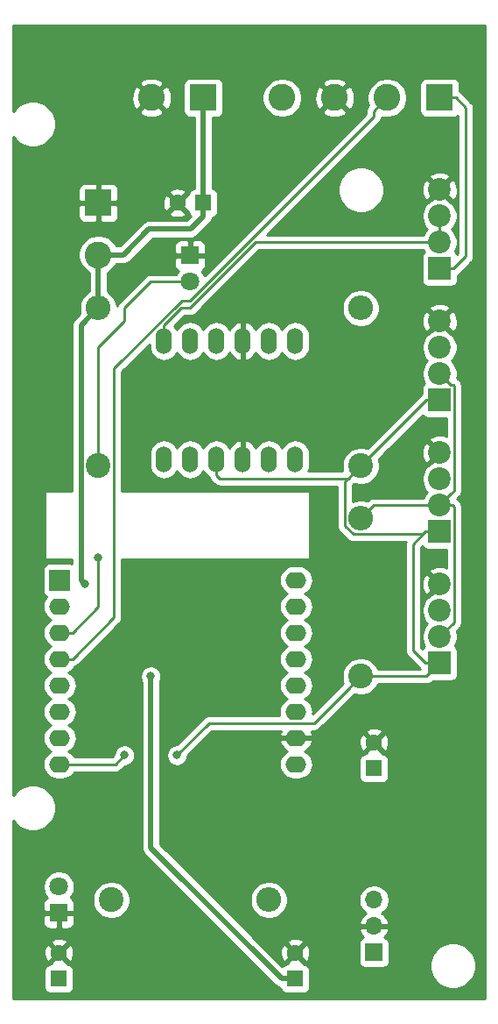
<source format=gbr>
G04 #@! TF.GenerationSoftware,KiCad,Pcbnew,(5.1.5)-3*
G04 #@! TF.CreationDate,2020-05-11T13:58:10+02:00*
G04 #@! TF.ProjectId,bioterio_v01,62696f74-6572-4696-9f5f-7630312e6b69,rev?*
G04 #@! TF.SameCoordinates,Original*
G04 #@! TF.FileFunction,Copper,L1,Top*
G04 #@! TF.FilePolarity,Positive*
%FSLAX46Y46*%
G04 Gerber Fmt 4.6, Leading zero omitted, Abs format (unit mm)*
G04 Created by KiCad (PCBNEW (5.1.5)-3) date 2020-05-11 13:58:10*
%MOMM*%
%LPD*%
G04 APERTURE LIST*
%ADD10R,1.600000X1.600000*%
%ADD11C,1.600000*%
%ADD12R,1.800000X1.800000*%
%ADD13C,1.800000*%
%ADD14R,2.600000X2.600000*%
%ADD15C,2.600000*%
%ADD16R,2.200000X2.200000*%
%ADD17C,2.200000*%
%ADD18O,2.400000X2.400000*%
%ADD19C,2.400000*%
%ADD20R,1.700000X1.700000*%
%ADD21O,1.700000X1.700000*%
%ADD22O,1.524000X2.540000*%
%ADD23O,2.000000X1.600000*%
%ADD24R,2.000000X2.000000*%
%ADD25C,0.800000*%
%ADD26C,0.250000*%
%ADD27C,0.500000*%
%ADD28C,0.254000*%
G04 APERTURE END LIST*
D10*
X132080000Y-96520000D03*
D11*
X132080000Y-94020000D03*
X113070000Y-41910000D03*
D10*
X115570000Y-41910000D03*
D11*
X124460000Y-114340000D03*
D10*
X124460000Y-116840000D03*
X101600000Y-116840000D03*
D11*
X101600000Y-114340000D03*
D12*
X101600000Y-110490000D03*
D13*
X101600000Y-107950000D03*
X114300000Y-49530000D03*
D12*
X114300000Y-46990000D03*
D14*
X105410000Y-41910000D03*
D15*
X105410000Y-46910000D03*
D16*
X138430000Y-73660000D03*
D17*
X138430000Y-71120000D03*
X138430000Y-68580000D03*
X138430000Y-66040000D03*
X138430000Y-40640000D03*
X138430000Y-43180000D03*
X138430000Y-45720000D03*
D16*
X138430000Y-48260000D03*
D15*
X110570000Y-31750000D03*
D14*
X115570000Y-31750000D03*
X138430000Y-31750000D03*
D15*
X133350000Y-31750000D03*
X128270000Y-31750000D03*
X123190000Y-31750000D03*
D17*
X138430000Y-53340000D03*
X138430000Y-55880000D03*
X138430000Y-58420000D03*
D16*
X138430000Y-60960000D03*
X138430000Y-86360000D03*
D17*
X138430000Y-83820000D03*
X138430000Y-81280000D03*
X138430000Y-78740000D03*
D18*
X121920000Y-109220000D03*
D19*
X106680000Y-109220000D03*
X105410000Y-67310000D03*
D18*
X105410000Y-52070000D03*
D19*
X130810000Y-67310000D03*
D18*
X130810000Y-52070000D03*
X130810000Y-72390000D03*
D19*
X130810000Y-87630000D03*
D20*
X132080000Y-114300000D03*
D21*
X132080000Y-111760000D03*
X132080000Y-109220000D03*
D22*
X124460000Y-66675000D03*
X121920000Y-66675000D03*
X119380000Y-66675000D03*
X116840000Y-66675000D03*
X114300000Y-66675000D03*
X111760000Y-66675000D03*
X124460000Y-55245000D03*
X121920000Y-55245000D03*
X119380000Y-55245000D03*
X116840000Y-55245000D03*
X114300000Y-55245000D03*
X111760000Y-55245000D03*
D23*
X101675001Y-80875001D03*
D24*
X101675001Y-78335001D03*
D23*
X101675001Y-83415001D03*
X101675001Y-85955001D03*
X101675001Y-88495001D03*
X101675001Y-91035001D03*
X101675001Y-93575001D03*
X101675001Y-96115001D03*
X124535001Y-96115001D03*
X124535001Y-93575001D03*
X124535001Y-91035001D03*
X124535001Y-88495001D03*
X124535001Y-85955001D03*
X124535001Y-83415001D03*
X124535001Y-80875001D03*
X124535001Y-78335001D03*
D25*
X104140000Y-78740000D03*
X110490000Y-87630000D03*
X107950000Y-95250000D03*
X113030000Y-95250000D03*
X105410000Y-76200000D03*
D26*
X139780000Y-48260000D02*
X140970000Y-47070000D01*
X138430000Y-48260000D02*
X139780000Y-48260000D01*
X139980000Y-31750000D02*
X138430000Y-31750000D01*
X140970000Y-32740000D02*
X139980000Y-31750000D01*
X140970000Y-47070000D02*
X140970000Y-32740000D01*
D27*
X115570000Y-33020000D02*
X115570000Y-41910000D01*
X105410000Y-46910000D02*
X107870000Y-46910000D01*
X107870000Y-46910000D02*
X110330000Y-44450000D01*
X115570000Y-43210000D02*
X115570000Y-41910000D01*
X114330000Y-44450000D02*
X115570000Y-43210000D01*
X110330000Y-44450000D02*
X114330000Y-44450000D01*
X105410000Y-46910000D02*
X105410000Y-52070000D01*
X103759999Y-78359999D02*
X104140000Y-78740000D01*
X105410000Y-52070000D02*
X103759999Y-53720001D01*
X103759999Y-53720001D02*
X103759999Y-78359999D01*
X123160000Y-116840000D02*
X124460000Y-116840000D01*
X110490000Y-104170000D02*
X123160000Y-116840000D01*
X110490000Y-87630000D02*
X110490000Y-104170000D01*
D26*
X107950000Y-53340000D02*
X107950000Y-52070000D01*
X105410000Y-67310000D02*
X105410000Y-55880000D01*
X110490000Y-49530000D02*
X114300000Y-49530000D01*
X107950000Y-52070000D02*
X110490000Y-49530000D01*
X105410000Y-55880000D02*
X107950000Y-53340000D01*
X137160000Y-60960000D02*
X138430000Y-60960000D01*
X130810000Y-67310000D02*
X137160000Y-60960000D01*
X116840000Y-68195000D02*
X116840000Y-66675000D01*
X117154999Y-68509999D02*
X116840000Y-68195000D01*
X129610001Y-68509999D02*
X117154999Y-68509999D01*
X129610001Y-68509999D02*
X130810000Y-67310000D01*
X129284999Y-68835001D02*
X129610001Y-68509999D01*
X129284999Y-73122001D02*
X129284999Y-68835001D01*
X130077999Y-73915001D02*
X129284999Y-73122001D01*
X136824999Y-73915001D02*
X130077999Y-73915001D01*
X137080000Y-73660000D02*
X136824999Y-73915001D01*
X138430000Y-73660000D02*
X137080000Y-73660000D01*
X101675001Y-96115001D02*
X107084999Y-96115001D01*
X107084999Y-96115001D02*
X107950000Y-95250000D01*
X129610001Y-88829999D02*
X130810000Y-87630000D01*
X126279989Y-92160011D02*
X129610001Y-88829999D01*
X116119989Y-92160011D02*
X126279989Y-92160011D01*
X113030000Y-95250000D02*
X116119989Y-92160011D01*
X137160000Y-87630000D02*
X138430000Y-86360000D01*
X130810000Y-87630000D02*
X137160000Y-87630000D01*
X137080000Y-73660000D02*
X135890000Y-74850000D01*
X137080000Y-86360000D02*
X138430000Y-86360000D01*
X135890000Y-85170000D02*
X137080000Y-86360000D01*
X135890000Y-74850000D02*
X135890000Y-85170000D01*
X139855001Y-71275001D02*
X139700000Y-71120000D01*
X139855001Y-82394999D02*
X139855001Y-71275001D01*
X139700000Y-71120000D02*
X138430000Y-71120000D01*
X138430000Y-83820000D02*
X139855001Y-82394999D01*
X132080000Y-71120000D02*
X130810000Y-72390000D01*
X138430000Y-71120000D02*
X132080000Y-71120000D01*
X139529999Y-70020001D02*
X138430000Y-71120000D01*
X139855001Y-59599999D02*
X139855001Y-69694999D01*
X139775001Y-59519999D02*
X139855001Y-59599999D01*
X139855001Y-69694999D02*
X139529999Y-70020001D01*
X139529999Y-59519999D02*
X139775001Y-59519999D01*
X138430000Y-58420000D02*
X139529999Y-59519999D01*
X120650000Y-45720000D02*
X138430000Y-45720000D01*
X114300000Y-52070000D02*
X120650000Y-45720000D01*
X113415000Y-52070000D02*
X114300000Y-52070000D01*
X111760000Y-55245000D02*
X111760000Y-53725000D01*
X111760000Y-53725000D02*
X113415000Y-52070000D01*
X138430000Y-45720000D02*
X138430000Y-43180000D01*
X102925001Y-85955001D02*
X101675001Y-85955001D01*
X106935001Y-57913589D02*
X106935001Y-81945001D01*
X113505588Y-51343002D02*
X106935001Y-57913589D01*
X114300000Y-51343002D02*
X113505588Y-51343002D01*
X132050001Y-33593001D02*
X114300000Y-51343002D01*
X106935001Y-81945001D02*
X102925001Y-85955001D01*
X132050001Y-33049999D02*
X132050001Y-33593001D01*
X133350000Y-31750000D02*
X132050001Y-33049999D01*
X105410000Y-80930002D02*
X105410000Y-76200000D01*
X101675001Y-83415001D02*
X102925001Y-83415001D01*
X102925001Y-83415001D02*
X105410000Y-80930002D01*
D28*
G36*
X142850000Y-118720000D02*
G01*
X97180000Y-118720000D01*
X97180000Y-116040000D01*
X100161928Y-116040000D01*
X100161928Y-117640000D01*
X100174188Y-117764482D01*
X100210498Y-117884180D01*
X100269463Y-117994494D01*
X100348815Y-118091185D01*
X100445506Y-118170537D01*
X100555820Y-118229502D01*
X100675518Y-118265812D01*
X100800000Y-118278072D01*
X102400000Y-118278072D01*
X102524482Y-118265812D01*
X102644180Y-118229502D01*
X102754494Y-118170537D01*
X102851185Y-118091185D01*
X102930537Y-117994494D01*
X102989502Y-117884180D01*
X103025812Y-117764482D01*
X103038072Y-117640000D01*
X103038072Y-116040000D01*
X103025812Y-115915518D01*
X102989502Y-115795820D01*
X102930537Y-115685506D01*
X102851185Y-115588815D01*
X102754494Y-115509463D01*
X102644180Y-115450498D01*
X102524482Y-115414188D01*
X102400000Y-115401928D01*
X102392785Y-115401928D01*
X102413097Y-115332702D01*
X101600000Y-114519605D01*
X100786903Y-115332702D01*
X100807215Y-115401928D01*
X100800000Y-115401928D01*
X100675518Y-115414188D01*
X100555820Y-115450498D01*
X100445506Y-115509463D01*
X100348815Y-115588815D01*
X100269463Y-115685506D01*
X100210498Y-115795820D01*
X100174188Y-115915518D01*
X100161928Y-116040000D01*
X97180000Y-116040000D01*
X97180000Y-114410512D01*
X100159783Y-114410512D01*
X100201213Y-114690130D01*
X100296397Y-114956292D01*
X100363329Y-115081514D01*
X100607298Y-115153097D01*
X101420395Y-114340000D01*
X101779605Y-114340000D01*
X102592702Y-115153097D01*
X102836671Y-115081514D01*
X102957571Y-114826004D01*
X103026300Y-114551816D01*
X103040217Y-114269488D01*
X102998787Y-113989870D01*
X102903603Y-113723708D01*
X102836671Y-113598486D01*
X102592702Y-113526903D01*
X101779605Y-114340000D01*
X101420395Y-114340000D01*
X100607298Y-113526903D01*
X100363329Y-113598486D01*
X100242429Y-113853996D01*
X100173700Y-114128184D01*
X100159783Y-114410512D01*
X97180000Y-114410512D01*
X97180000Y-113347298D01*
X100786903Y-113347298D01*
X101600000Y-114160395D01*
X102413097Y-113347298D01*
X102341514Y-113103329D01*
X102086004Y-112982429D01*
X101811816Y-112913700D01*
X101529488Y-112899783D01*
X101249870Y-112941213D01*
X100983708Y-113036397D01*
X100858486Y-113103329D01*
X100786903Y-113347298D01*
X97180000Y-113347298D01*
X97180000Y-111390000D01*
X100061928Y-111390000D01*
X100074188Y-111514482D01*
X100110498Y-111634180D01*
X100169463Y-111744494D01*
X100248815Y-111841185D01*
X100345506Y-111920537D01*
X100455820Y-111979502D01*
X100575518Y-112015812D01*
X100700000Y-112028072D01*
X101314250Y-112025000D01*
X101473000Y-111866250D01*
X101473000Y-110617000D01*
X101727000Y-110617000D01*
X101727000Y-111866250D01*
X101885750Y-112025000D01*
X102500000Y-112028072D01*
X102624482Y-112015812D01*
X102744180Y-111979502D01*
X102854494Y-111920537D01*
X102951185Y-111841185D01*
X103030537Y-111744494D01*
X103089502Y-111634180D01*
X103125812Y-111514482D01*
X103138072Y-111390000D01*
X103135000Y-110775750D01*
X102976250Y-110617000D01*
X101727000Y-110617000D01*
X101473000Y-110617000D01*
X100223750Y-110617000D01*
X100065000Y-110775750D01*
X100061928Y-111390000D01*
X97180000Y-111390000D01*
X97180000Y-109590000D01*
X100061928Y-109590000D01*
X100065000Y-110204250D01*
X100223750Y-110363000D01*
X101473000Y-110363000D01*
X101473000Y-110343000D01*
X101727000Y-110343000D01*
X101727000Y-110363000D01*
X102976250Y-110363000D01*
X103135000Y-110204250D01*
X103138072Y-109590000D01*
X103125812Y-109465518D01*
X103089502Y-109345820D01*
X103030537Y-109235506D01*
X102951185Y-109138815D01*
X102854494Y-109059463D01*
X102816713Y-109039268D01*
X104845000Y-109039268D01*
X104845000Y-109400732D01*
X104915518Y-109755250D01*
X105053844Y-110089199D01*
X105254662Y-110389744D01*
X105510256Y-110645338D01*
X105810801Y-110846156D01*
X106144750Y-110984482D01*
X106499268Y-111055000D01*
X106860732Y-111055000D01*
X107215250Y-110984482D01*
X107549199Y-110846156D01*
X107849744Y-110645338D01*
X108105338Y-110389744D01*
X108306156Y-110089199D01*
X108444482Y-109755250D01*
X108515000Y-109400732D01*
X108515000Y-109039268D01*
X108444482Y-108684750D01*
X108306156Y-108350801D01*
X108105338Y-108050256D01*
X107849744Y-107794662D01*
X107549199Y-107593844D01*
X107215250Y-107455518D01*
X106860732Y-107385000D01*
X106499268Y-107385000D01*
X106144750Y-107455518D01*
X105810801Y-107593844D01*
X105510256Y-107794662D01*
X105254662Y-108050256D01*
X105053844Y-108350801D01*
X104915518Y-108684750D01*
X104845000Y-109039268D01*
X102816713Y-109039268D01*
X102744180Y-109000498D01*
X102725873Y-108994944D01*
X102792312Y-108928505D01*
X102960299Y-108677095D01*
X103076011Y-108397743D01*
X103135000Y-108101184D01*
X103135000Y-107798816D01*
X103076011Y-107502257D01*
X102960299Y-107222905D01*
X102792312Y-106971495D01*
X102578505Y-106757688D01*
X102327095Y-106589701D01*
X102047743Y-106473989D01*
X101751184Y-106415000D01*
X101448816Y-106415000D01*
X101152257Y-106473989D01*
X100872905Y-106589701D01*
X100621495Y-106757688D01*
X100407688Y-106971495D01*
X100239701Y-107222905D01*
X100123989Y-107502257D01*
X100065000Y-107798816D01*
X100065000Y-108101184D01*
X100123989Y-108397743D01*
X100239701Y-108677095D01*
X100407688Y-108928505D01*
X100474127Y-108994944D01*
X100455820Y-109000498D01*
X100345506Y-109059463D01*
X100248815Y-109138815D01*
X100169463Y-109235506D01*
X100110498Y-109345820D01*
X100074188Y-109465518D01*
X100061928Y-109590000D01*
X97180000Y-109590000D01*
X97180000Y-101539274D01*
X97323962Y-101754729D01*
X97635271Y-102066038D01*
X98001331Y-102310631D01*
X98408075Y-102479110D01*
X98839872Y-102565000D01*
X99280128Y-102565000D01*
X99711925Y-102479110D01*
X100118669Y-102310631D01*
X100484729Y-102066038D01*
X100796038Y-101754729D01*
X101040631Y-101388669D01*
X101209110Y-100981925D01*
X101295000Y-100550128D01*
X101295000Y-100109872D01*
X101209110Y-99678075D01*
X101040631Y-99271331D01*
X100796038Y-98905271D01*
X100484729Y-98593962D01*
X100118669Y-98349369D01*
X99711925Y-98180890D01*
X99280128Y-98095000D01*
X98839872Y-98095000D01*
X98408075Y-98180890D01*
X98001331Y-98349369D01*
X97635271Y-98593962D01*
X97323962Y-98905271D01*
X97180000Y-99120726D01*
X97180000Y-80875001D01*
X100033058Y-80875001D01*
X100060765Y-81156310D01*
X100142819Y-81426809D01*
X100276069Y-81676102D01*
X100455393Y-81894609D01*
X100673900Y-82073933D01*
X100806859Y-82145001D01*
X100673900Y-82216069D01*
X100455393Y-82395393D01*
X100276069Y-82613900D01*
X100142819Y-82863193D01*
X100060765Y-83133692D01*
X100033058Y-83415001D01*
X100060765Y-83696310D01*
X100142819Y-83966809D01*
X100276069Y-84216102D01*
X100455393Y-84434609D01*
X100673900Y-84613933D01*
X100806859Y-84685001D01*
X100673900Y-84756069D01*
X100455393Y-84935393D01*
X100276069Y-85153900D01*
X100142819Y-85403193D01*
X100060765Y-85673692D01*
X100033058Y-85955001D01*
X100060765Y-86236310D01*
X100142819Y-86506809D01*
X100276069Y-86756102D01*
X100455393Y-86974609D01*
X100673900Y-87153933D01*
X100806859Y-87225001D01*
X100673900Y-87296069D01*
X100455393Y-87475393D01*
X100276069Y-87693900D01*
X100142819Y-87943193D01*
X100060765Y-88213692D01*
X100033058Y-88495001D01*
X100060765Y-88776310D01*
X100142819Y-89046809D01*
X100276069Y-89296102D01*
X100455393Y-89514609D01*
X100673900Y-89693933D01*
X100806859Y-89765001D01*
X100673900Y-89836069D01*
X100455393Y-90015393D01*
X100276069Y-90233900D01*
X100142819Y-90483193D01*
X100060765Y-90753692D01*
X100033058Y-91035001D01*
X100060765Y-91316310D01*
X100142819Y-91586809D01*
X100276069Y-91836102D01*
X100455393Y-92054609D01*
X100673900Y-92233933D01*
X100806859Y-92305001D01*
X100673900Y-92376069D01*
X100455393Y-92555393D01*
X100276069Y-92773900D01*
X100142819Y-93023193D01*
X100060765Y-93293692D01*
X100033058Y-93575001D01*
X100060765Y-93856310D01*
X100142819Y-94126809D01*
X100276069Y-94376102D01*
X100455393Y-94594609D01*
X100673900Y-94773933D01*
X100806859Y-94845001D01*
X100673900Y-94916069D01*
X100455393Y-95095393D01*
X100276069Y-95313900D01*
X100142819Y-95563193D01*
X100060765Y-95833692D01*
X100033058Y-96115001D01*
X100060765Y-96396310D01*
X100142819Y-96666809D01*
X100276069Y-96916102D01*
X100455393Y-97134609D01*
X100673900Y-97313933D01*
X100923193Y-97447183D01*
X101193692Y-97529237D01*
X101404509Y-97550001D01*
X101945493Y-97550001D01*
X102156310Y-97529237D01*
X102426809Y-97447183D01*
X102676102Y-97313933D01*
X102894609Y-97134609D01*
X103073933Y-96916102D01*
X103095902Y-96875001D01*
X107047677Y-96875001D01*
X107084999Y-96878677D01*
X107122321Y-96875001D01*
X107122332Y-96875001D01*
X107233985Y-96864004D01*
X107377246Y-96820547D01*
X107509275Y-96749975D01*
X107625000Y-96655002D01*
X107648802Y-96625999D01*
X107989801Y-96285000D01*
X108051939Y-96285000D01*
X108251898Y-96245226D01*
X108440256Y-96167205D01*
X108609774Y-96053937D01*
X108753937Y-95909774D01*
X108867205Y-95740256D01*
X108945226Y-95551898D01*
X108985000Y-95351939D01*
X108985000Y-95148061D01*
X108945226Y-94948102D01*
X108867205Y-94759744D01*
X108753937Y-94590226D01*
X108609774Y-94446063D01*
X108440256Y-94332795D01*
X108251898Y-94254774D01*
X108051939Y-94215000D01*
X107848061Y-94215000D01*
X107648102Y-94254774D01*
X107459744Y-94332795D01*
X107290226Y-94446063D01*
X107146063Y-94590226D01*
X107032795Y-94759744D01*
X106954774Y-94948102D01*
X106915000Y-95148061D01*
X106915000Y-95210199D01*
X106770198Y-95355001D01*
X103095902Y-95355001D01*
X103073933Y-95313900D01*
X102894609Y-95095393D01*
X102676102Y-94916069D01*
X102543143Y-94845001D01*
X102676102Y-94773933D01*
X102894609Y-94594609D01*
X103073933Y-94376102D01*
X103207183Y-94126809D01*
X103289237Y-93856310D01*
X103316944Y-93575001D01*
X103289237Y-93293692D01*
X103207183Y-93023193D01*
X103073933Y-92773900D01*
X102894609Y-92555393D01*
X102676102Y-92376069D01*
X102543143Y-92305001D01*
X102676102Y-92233933D01*
X102894609Y-92054609D01*
X103073933Y-91836102D01*
X103207183Y-91586809D01*
X103289237Y-91316310D01*
X103316944Y-91035001D01*
X103289237Y-90753692D01*
X103207183Y-90483193D01*
X103073933Y-90233900D01*
X102894609Y-90015393D01*
X102676102Y-89836069D01*
X102543143Y-89765001D01*
X102676102Y-89693933D01*
X102894609Y-89514609D01*
X103073933Y-89296102D01*
X103207183Y-89046809D01*
X103289237Y-88776310D01*
X103316944Y-88495001D01*
X103289237Y-88213692D01*
X103207183Y-87943193D01*
X103073933Y-87693900D01*
X102937833Y-87528061D01*
X109455000Y-87528061D01*
X109455000Y-87731939D01*
X109494774Y-87931898D01*
X109572795Y-88120256D01*
X109605000Y-88168454D01*
X109605001Y-104126521D01*
X109600719Y-104170000D01*
X109617805Y-104343490D01*
X109668412Y-104510313D01*
X109750590Y-104664059D01*
X109833468Y-104765046D01*
X109833471Y-104765049D01*
X109861184Y-104798817D01*
X109894952Y-104826530D01*
X122503470Y-117435049D01*
X122531183Y-117468817D01*
X122564951Y-117496530D01*
X122564953Y-117496532D01*
X122630873Y-117550631D01*
X122665941Y-117579411D01*
X122819687Y-117661589D01*
X122986510Y-117712195D01*
X123029455Y-117716425D01*
X123034188Y-117764482D01*
X123070498Y-117884180D01*
X123129463Y-117994494D01*
X123208815Y-118091185D01*
X123305506Y-118170537D01*
X123415820Y-118229502D01*
X123535518Y-118265812D01*
X123660000Y-118278072D01*
X125260000Y-118278072D01*
X125384482Y-118265812D01*
X125504180Y-118229502D01*
X125614494Y-118170537D01*
X125711185Y-118091185D01*
X125790537Y-117994494D01*
X125849502Y-117884180D01*
X125885812Y-117764482D01*
X125898072Y-117640000D01*
X125898072Y-116040000D01*
X125885812Y-115915518D01*
X125849502Y-115795820D01*
X125790537Y-115685506D01*
X125711185Y-115588815D01*
X125614494Y-115509463D01*
X125504180Y-115450498D01*
X125384482Y-115414188D01*
X125260000Y-115401928D01*
X125252785Y-115401928D01*
X125273097Y-115332702D01*
X124460000Y-114519605D01*
X123646903Y-115332702D01*
X123667215Y-115401928D01*
X123660000Y-115401928D01*
X123535518Y-115414188D01*
X123415820Y-115450498D01*
X123305506Y-115509463D01*
X123208815Y-115588815D01*
X123186989Y-115615410D01*
X121982091Y-114410512D01*
X123019783Y-114410512D01*
X123061213Y-114690130D01*
X123156397Y-114956292D01*
X123223329Y-115081514D01*
X123467298Y-115153097D01*
X124280395Y-114340000D01*
X124639605Y-114340000D01*
X125452702Y-115153097D01*
X125696671Y-115081514D01*
X125817571Y-114826004D01*
X125886300Y-114551816D01*
X125900217Y-114269488D01*
X125858787Y-113989870D01*
X125763603Y-113723708D01*
X125696671Y-113598486D01*
X125452702Y-113526903D01*
X124639605Y-114340000D01*
X124280395Y-114340000D01*
X123467298Y-113526903D01*
X123223329Y-113598486D01*
X123102429Y-113853996D01*
X123033700Y-114128184D01*
X123019783Y-114410512D01*
X121982091Y-114410512D01*
X120918877Y-113347298D01*
X123646903Y-113347298D01*
X124460000Y-114160395D01*
X125170395Y-113450000D01*
X130591928Y-113450000D01*
X130591928Y-115150000D01*
X130604188Y-115274482D01*
X130640498Y-115394180D01*
X130699463Y-115504494D01*
X130778815Y-115601185D01*
X130875506Y-115680537D01*
X130985820Y-115739502D01*
X131105518Y-115775812D01*
X131230000Y-115788072D01*
X132930000Y-115788072D01*
X133054482Y-115775812D01*
X133174180Y-115739502D01*
X133284494Y-115680537D01*
X133381185Y-115601185D01*
X133460537Y-115504494D01*
X133519502Y-115394180D01*
X133532942Y-115349872D01*
X137465000Y-115349872D01*
X137465000Y-115790128D01*
X137550890Y-116221925D01*
X137719369Y-116628669D01*
X137963962Y-116994729D01*
X138275271Y-117306038D01*
X138641331Y-117550631D01*
X139048075Y-117719110D01*
X139479872Y-117805000D01*
X139920128Y-117805000D01*
X140351925Y-117719110D01*
X140758669Y-117550631D01*
X141124729Y-117306038D01*
X141436038Y-116994729D01*
X141680631Y-116628669D01*
X141849110Y-116221925D01*
X141935000Y-115790128D01*
X141935000Y-115349872D01*
X141849110Y-114918075D01*
X141680631Y-114511331D01*
X141436038Y-114145271D01*
X141124729Y-113833962D01*
X140758669Y-113589369D01*
X140351925Y-113420890D01*
X139920128Y-113335000D01*
X139479872Y-113335000D01*
X139048075Y-113420890D01*
X138641331Y-113589369D01*
X138275271Y-113833962D01*
X137963962Y-114145271D01*
X137719369Y-114511331D01*
X137550890Y-114918075D01*
X137465000Y-115349872D01*
X133532942Y-115349872D01*
X133555812Y-115274482D01*
X133568072Y-115150000D01*
X133568072Y-113450000D01*
X133555812Y-113325518D01*
X133519502Y-113205820D01*
X133460537Y-113095506D01*
X133381185Y-112998815D01*
X133284494Y-112919463D01*
X133174180Y-112860498D01*
X133093534Y-112836034D01*
X133177588Y-112760269D01*
X133351641Y-112526920D01*
X133476825Y-112264099D01*
X133521476Y-112116890D01*
X133400155Y-111887000D01*
X132207000Y-111887000D01*
X132207000Y-111907000D01*
X131953000Y-111907000D01*
X131953000Y-111887000D01*
X130759845Y-111887000D01*
X130638524Y-112116890D01*
X130683175Y-112264099D01*
X130808359Y-112526920D01*
X130982412Y-112760269D01*
X131066466Y-112836034D01*
X130985820Y-112860498D01*
X130875506Y-112919463D01*
X130778815Y-112998815D01*
X130699463Y-113095506D01*
X130640498Y-113205820D01*
X130604188Y-113325518D01*
X130591928Y-113450000D01*
X125170395Y-113450000D01*
X125273097Y-113347298D01*
X125201514Y-113103329D01*
X124946004Y-112982429D01*
X124671816Y-112913700D01*
X124389488Y-112899783D01*
X124109870Y-112941213D01*
X123843708Y-113036397D01*
X123718486Y-113103329D01*
X123646903Y-113347298D01*
X120918877Y-113347298D01*
X116610847Y-109039268D01*
X120085000Y-109039268D01*
X120085000Y-109400732D01*
X120155518Y-109755250D01*
X120293844Y-110089199D01*
X120494662Y-110389744D01*
X120750256Y-110645338D01*
X121050801Y-110846156D01*
X121384750Y-110984482D01*
X121739268Y-111055000D01*
X122100732Y-111055000D01*
X122455250Y-110984482D01*
X122789199Y-110846156D01*
X123089744Y-110645338D01*
X123345338Y-110389744D01*
X123546156Y-110089199D01*
X123684482Y-109755250D01*
X123755000Y-109400732D01*
X123755000Y-109073740D01*
X130595000Y-109073740D01*
X130595000Y-109366260D01*
X130652068Y-109653158D01*
X130764010Y-109923411D01*
X130926525Y-110166632D01*
X131133368Y-110373475D01*
X131315534Y-110495195D01*
X131198645Y-110564822D01*
X130982412Y-110759731D01*
X130808359Y-110993080D01*
X130683175Y-111255901D01*
X130638524Y-111403110D01*
X130759845Y-111633000D01*
X131953000Y-111633000D01*
X131953000Y-111613000D01*
X132207000Y-111613000D01*
X132207000Y-111633000D01*
X133400155Y-111633000D01*
X133521476Y-111403110D01*
X133476825Y-111255901D01*
X133351641Y-110993080D01*
X133177588Y-110759731D01*
X132961355Y-110564822D01*
X132844466Y-110495195D01*
X133026632Y-110373475D01*
X133233475Y-110166632D01*
X133395990Y-109923411D01*
X133507932Y-109653158D01*
X133565000Y-109366260D01*
X133565000Y-109073740D01*
X133507932Y-108786842D01*
X133395990Y-108516589D01*
X133233475Y-108273368D01*
X133026632Y-108066525D01*
X132783411Y-107904010D01*
X132513158Y-107792068D01*
X132226260Y-107735000D01*
X131933740Y-107735000D01*
X131646842Y-107792068D01*
X131376589Y-107904010D01*
X131133368Y-108066525D01*
X130926525Y-108273368D01*
X130764010Y-108516589D01*
X130652068Y-108786842D01*
X130595000Y-109073740D01*
X123755000Y-109073740D01*
X123755000Y-109039268D01*
X123684482Y-108684750D01*
X123546156Y-108350801D01*
X123345338Y-108050256D01*
X123089744Y-107794662D01*
X122789199Y-107593844D01*
X122455250Y-107455518D01*
X122100732Y-107385000D01*
X121739268Y-107385000D01*
X121384750Y-107455518D01*
X121050801Y-107593844D01*
X120750256Y-107794662D01*
X120494662Y-108050256D01*
X120293844Y-108350801D01*
X120155518Y-108684750D01*
X120085000Y-109039268D01*
X116610847Y-109039268D01*
X111375000Y-103803422D01*
X111375000Y-88168454D01*
X111407205Y-88120256D01*
X111485226Y-87931898D01*
X111525000Y-87731939D01*
X111525000Y-87528061D01*
X111485226Y-87328102D01*
X111407205Y-87139744D01*
X111293937Y-86970226D01*
X111149774Y-86826063D01*
X110980256Y-86712795D01*
X110791898Y-86634774D01*
X110591939Y-86595000D01*
X110388061Y-86595000D01*
X110188102Y-86634774D01*
X109999744Y-86712795D01*
X109830226Y-86826063D01*
X109686063Y-86970226D01*
X109572795Y-87139744D01*
X109494774Y-87328102D01*
X109455000Y-87528061D01*
X102937833Y-87528061D01*
X102894609Y-87475393D01*
X102676102Y-87296069D01*
X102543143Y-87225001D01*
X102676102Y-87153933D01*
X102894609Y-86974609D01*
X103073933Y-86756102D01*
X103107158Y-86693942D01*
X103217248Y-86660547D01*
X103349277Y-86589975D01*
X103465002Y-86495002D01*
X103488805Y-86465998D01*
X107446009Y-82508796D01*
X107475002Y-82485002D01*
X107498796Y-82456009D01*
X107498800Y-82456005D01*
X107569974Y-82369278D01*
X107569975Y-82369277D01*
X107640547Y-82237248D01*
X107684004Y-82093987D01*
X107695001Y-81982334D01*
X107695001Y-81982325D01*
X107698677Y-81945002D01*
X107695001Y-81907679D01*
X107695001Y-76327000D01*
X125730000Y-76327000D01*
X125754776Y-76324560D01*
X125778601Y-76317333D01*
X125800557Y-76305597D01*
X125819803Y-76289803D01*
X125835597Y-76270557D01*
X125847333Y-76248601D01*
X125854560Y-76224776D01*
X125857000Y-76200000D01*
X125857000Y-69850000D01*
X125854560Y-69825224D01*
X125847333Y-69801399D01*
X125835597Y-69779443D01*
X125819803Y-69760197D01*
X125800557Y-69744403D01*
X125778601Y-69732667D01*
X125754776Y-69725440D01*
X125730000Y-69723000D01*
X107695001Y-69723000D01*
X107695001Y-66098376D01*
X110363000Y-66098376D01*
X110363000Y-67251625D01*
X110383214Y-67456860D01*
X110463096Y-67720195D01*
X110592817Y-67962887D01*
X110767393Y-68175608D01*
X110980114Y-68350183D01*
X111222806Y-68479904D01*
X111486141Y-68559786D01*
X111760000Y-68586759D01*
X112033860Y-68559786D01*
X112297195Y-68479904D01*
X112539887Y-68350183D01*
X112752608Y-68175608D01*
X112927183Y-67962887D01*
X113030000Y-67770529D01*
X113132817Y-67962887D01*
X113307393Y-68175608D01*
X113520114Y-68350183D01*
X113762806Y-68479904D01*
X114026141Y-68559786D01*
X114300000Y-68586759D01*
X114573860Y-68559786D01*
X114837195Y-68479904D01*
X115079887Y-68350183D01*
X115292608Y-68175608D01*
X115467183Y-67962887D01*
X115570000Y-67770529D01*
X115672817Y-67962887D01*
X115847393Y-68175608D01*
X116060114Y-68350183D01*
X116099217Y-68371084D01*
X116112454Y-68414720D01*
X116134454Y-68487246D01*
X116205026Y-68619276D01*
X116237614Y-68658984D01*
X116299999Y-68735001D01*
X116329003Y-68758804D01*
X116591195Y-69020996D01*
X116614998Y-69050000D01*
X116730723Y-69144973D01*
X116862752Y-69215545D01*
X117006013Y-69259002D01*
X117117666Y-69269999D01*
X117117676Y-69269999D01*
X117154999Y-69273675D01*
X117192322Y-69269999D01*
X128525000Y-69269999D01*
X128524999Y-73084678D01*
X128521323Y-73122001D01*
X128524999Y-73159323D01*
X128524999Y-73159333D01*
X128535996Y-73270986D01*
X128565350Y-73367754D01*
X128579453Y-73414247D01*
X128650025Y-73546277D01*
X128689870Y-73594827D01*
X128744998Y-73662002D01*
X128774001Y-73685804D01*
X129514200Y-74426003D01*
X129537998Y-74455002D01*
X129653723Y-74549975D01*
X129785752Y-74620547D01*
X129929013Y-74664004D01*
X130040666Y-74675001D01*
X130040675Y-74675001D01*
X130077998Y-74678677D01*
X130115321Y-74675001D01*
X135148888Y-74675001D01*
X135140997Y-74701015D01*
X135130000Y-74812668D01*
X135130000Y-74812678D01*
X135126324Y-74850000D01*
X135130000Y-74887322D01*
X135130001Y-85132668D01*
X135126324Y-85170000D01*
X135140998Y-85318985D01*
X135184454Y-85462246D01*
X135255026Y-85594276D01*
X135311225Y-85662754D01*
X135350000Y-85710001D01*
X135378998Y-85733799D01*
X136515198Y-86870000D01*
X132481388Y-86870000D01*
X132436156Y-86760801D01*
X132235338Y-86460256D01*
X131979744Y-86204662D01*
X131679199Y-86003844D01*
X131345250Y-85865518D01*
X130990732Y-85795000D01*
X130629268Y-85795000D01*
X130274750Y-85865518D01*
X129940801Y-86003844D01*
X129640256Y-86204662D01*
X129384662Y-86460256D01*
X129183844Y-86760801D01*
X129045518Y-87094750D01*
X128975000Y-87449268D01*
X128975000Y-87810732D01*
X129045518Y-88165250D01*
X129090749Y-88274449D01*
X126160200Y-91204998D01*
X126176944Y-91035001D01*
X126149237Y-90753692D01*
X126067183Y-90483193D01*
X125933933Y-90233900D01*
X125754609Y-90015393D01*
X125536102Y-89836069D01*
X125403143Y-89765001D01*
X125536102Y-89693933D01*
X125754609Y-89514609D01*
X125933933Y-89296102D01*
X126067183Y-89046809D01*
X126149237Y-88776310D01*
X126176944Y-88495001D01*
X126149237Y-88213692D01*
X126067183Y-87943193D01*
X125933933Y-87693900D01*
X125754609Y-87475393D01*
X125536102Y-87296069D01*
X125403143Y-87225001D01*
X125536102Y-87153933D01*
X125754609Y-86974609D01*
X125933933Y-86756102D01*
X126067183Y-86506809D01*
X126149237Y-86236310D01*
X126176944Y-85955001D01*
X126149237Y-85673692D01*
X126067183Y-85403193D01*
X125933933Y-85153900D01*
X125754609Y-84935393D01*
X125536102Y-84756069D01*
X125403143Y-84685001D01*
X125536102Y-84613933D01*
X125754609Y-84434609D01*
X125933933Y-84216102D01*
X126067183Y-83966809D01*
X126149237Y-83696310D01*
X126176944Y-83415001D01*
X126149237Y-83133692D01*
X126067183Y-82863193D01*
X125933933Y-82613900D01*
X125754609Y-82395393D01*
X125536102Y-82216069D01*
X125403143Y-82145001D01*
X125536102Y-82073933D01*
X125754609Y-81894609D01*
X125933933Y-81676102D01*
X126067183Y-81426809D01*
X126149237Y-81156310D01*
X126176944Y-80875001D01*
X126149237Y-80593692D01*
X126067183Y-80323193D01*
X125933933Y-80073900D01*
X125754609Y-79855393D01*
X125536102Y-79676069D01*
X125403143Y-79605001D01*
X125536102Y-79533933D01*
X125754609Y-79354609D01*
X125933933Y-79136102D01*
X126067183Y-78886809D01*
X126149237Y-78616310D01*
X126176944Y-78335001D01*
X126149237Y-78053692D01*
X126067183Y-77783193D01*
X125933933Y-77533900D01*
X125754609Y-77315393D01*
X125536102Y-77136069D01*
X125286809Y-77002819D01*
X125016310Y-76920765D01*
X124805493Y-76900001D01*
X124264509Y-76900001D01*
X124053692Y-76920765D01*
X123783193Y-77002819D01*
X123533900Y-77136069D01*
X123315393Y-77315393D01*
X123136069Y-77533900D01*
X123002819Y-77783193D01*
X122920765Y-78053692D01*
X122893058Y-78335001D01*
X122920765Y-78616310D01*
X123002819Y-78886809D01*
X123136069Y-79136102D01*
X123315393Y-79354609D01*
X123533900Y-79533933D01*
X123666859Y-79605001D01*
X123533900Y-79676069D01*
X123315393Y-79855393D01*
X123136069Y-80073900D01*
X123002819Y-80323193D01*
X122920765Y-80593692D01*
X122893058Y-80875001D01*
X122920765Y-81156310D01*
X123002819Y-81426809D01*
X123136069Y-81676102D01*
X123315393Y-81894609D01*
X123533900Y-82073933D01*
X123666859Y-82145001D01*
X123533900Y-82216069D01*
X123315393Y-82395393D01*
X123136069Y-82613900D01*
X123002819Y-82863193D01*
X122920765Y-83133692D01*
X122893058Y-83415001D01*
X122920765Y-83696310D01*
X123002819Y-83966809D01*
X123136069Y-84216102D01*
X123315393Y-84434609D01*
X123533900Y-84613933D01*
X123666859Y-84685001D01*
X123533900Y-84756069D01*
X123315393Y-84935393D01*
X123136069Y-85153900D01*
X123002819Y-85403193D01*
X122920765Y-85673692D01*
X122893058Y-85955001D01*
X122920765Y-86236310D01*
X123002819Y-86506809D01*
X123136069Y-86756102D01*
X123315393Y-86974609D01*
X123533900Y-87153933D01*
X123666859Y-87225001D01*
X123533900Y-87296069D01*
X123315393Y-87475393D01*
X123136069Y-87693900D01*
X123002819Y-87943193D01*
X122920765Y-88213692D01*
X122893058Y-88495001D01*
X122920765Y-88776310D01*
X123002819Y-89046809D01*
X123136069Y-89296102D01*
X123315393Y-89514609D01*
X123533900Y-89693933D01*
X123666859Y-89765001D01*
X123533900Y-89836069D01*
X123315393Y-90015393D01*
X123136069Y-90233900D01*
X123002819Y-90483193D01*
X122920765Y-90753692D01*
X122893058Y-91035001D01*
X122920765Y-91316310D01*
X122946155Y-91400011D01*
X116157311Y-91400011D01*
X116119988Y-91396335D01*
X116082665Y-91400011D01*
X116082656Y-91400011D01*
X115971003Y-91411008D01*
X115827742Y-91454465D01*
X115695713Y-91525037D01*
X115579988Y-91620010D01*
X115556190Y-91649008D01*
X112990199Y-94215000D01*
X112928061Y-94215000D01*
X112728102Y-94254774D01*
X112539744Y-94332795D01*
X112370226Y-94446063D01*
X112226063Y-94590226D01*
X112112795Y-94759744D01*
X112034774Y-94948102D01*
X111995000Y-95148061D01*
X111995000Y-95351939D01*
X112034774Y-95551898D01*
X112112795Y-95740256D01*
X112226063Y-95909774D01*
X112370226Y-96053937D01*
X112539744Y-96167205D01*
X112728102Y-96245226D01*
X112928061Y-96285000D01*
X113131939Y-96285000D01*
X113331898Y-96245226D01*
X113520256Y-96167205D01*
X113598385Y-96115001D01*
X122893058Y-96115001D01*
X122920765Y-96396310D01*
X123002819Y-96666809D01*
X123136069Y-96916102D01*
X123315393Y-97134609D01*
X123533900Y-97313933D01*
X123783193Y-97447183D01*
X124053692Y-97529237D01*
X124264509Y-97550001D01*
X124805493Y-97550001D01*
X125016310Y-97529237D01*
X125286809Y-97447183D01*
X125536102Y-97313933D01*
X125754609Y-97134609D01*
X125933933Y-96916102D01*
X126067183Y-96666809D01*
X126149237Y-96396310D01*
X126176944Y-96115001D01*
X126149237Y-95833692D01*
X126114750Y-95720000D01*
X130641928Y-95720000D01*
X130641928Y-97320000D01*
X130654188Y-97444482D01*
X130690498Y-97564180D01*
X130749463Y-97674494D01*
X130828815Y-97771185D01*
X130925506Y-97850537D01*
X131035820Y-97909502D01*
X131155518Y-97945812D01*
X131280000Y-97958072D01*
X132880000Y-97958072D01*
X133004482Y-97945812D01*
X133124180Y-97909502D01*
X133234494Y-97850537D01*
X133331185Y-97771185D01*
X133410537Y-97674494D01*
X133469502Y-97564180D01*
X133505812Y-97444482D01*
X133518072Y-97320000D01*
X133518072Y-95720000D01*
X133505812Y-95595518D01*
X133469502Y-95475820D01*
X133410537Y-95365506D01*
X133331185Y-95268815D01*
X133234494Y-95189463D01*
X133124180Y-95130498D01*
X133004482Y-95094188D01*
X132880000Y-95081928D01*
X132872785Y-95081928D01*
X132893097Y-95012702D01*
X132080000Y-94199605D01*
X131266903Y-95012702D01*
X131287215Y-95081928D01*
X131280000Y-95081928D01*
X131155518Y-95094188D01*
X131035820Y-95130498D01*
X130925506Y-95189463D01*
X130828815Y-95268815D01*
X130749463Y-95365506D01*
X130690498Y-95475820D01*
X130654188Y-95595518D01*
X130641928Y-95720000D01*
X126114750Y-95720000D01*
X126067183Y-95563193D01*
X125933933Y-95313900D01*
X125754609Y-95095393D01*
X125536102Y-94916069D01*
X125406656Y-94846879D01*
X125424228Y-94839431D01*
X125657663Y-94680674D01*
X125855640Y-94479426D01*
X126010552Y-94243422D01*
X126072426Y-94090512D01*
X130639783Y-94090512D01*
X130681213Y-94370130D01*
X130776397Y-94636292D01*
X130843329Y-94761514D01*
X131087298Y-94833097D01*
X131900395Y-94020000D01*
X132259605Y-94020000D01*
X133072702Y-94833097D01*
X133316671Y-94761514D01*
X133437571Y-94506004D01*
X133506300Y-94231816D01*
X133520217Y-93949488D01*
X133478787Y-93669870D01*
X133383603Y-93403708D01*
X133316671Y-93278486D01*
X133072702Y-93206903D01*
X132259605Y-94020000D01*
X131900395Y-94020000D01*
X131087298Y-93206903D01*
X130843329Y-93278486D01*
X130722429Y-93533996D01*
X130653700Y-93808184D01*
X130639783Y-94090512D01*
X126072426Y-94090512D01*
X126116445Y-93981731D01*
X126126905Y-93924040D01*
X126004916Y-93702001D01*
X124662001Y-93702001D01*
X124662001Y-93722001D01*
X124408001Y-93722001D01*
X124408001Y-93702001D01*
X123065086Y-93702001D01*
X122943097Y-93924040D01*
X122953557Y-93981731D01*
X123059450Y-94243422D01*
X123214362Y-94479426D01*
X123412339Y-94680674D01*
X123645774Y-94839431D01*
X123663346Y-94846879D01*
X123533900Y-94916069D01*
X123315393Y-95095393D01*
X123136069Y-95313900D01*
X123002819Y-95563193D01*
X122920765Y-95833692D01*
X122893058Y-96115001D01*
X113598385Y-96115001D01*
X113689774Y-96053937D01*
X113833937Y-95909774D01*
X113947205Y-95740256D01*
X114025226Y-95551898D01*
X114065000Y-95351939D01*
X114065000Y-95289801D01*
X116434791Y-92920011D01*
X123054015Y-92920011D01*
X122953557Y-93168271D01*
X122943097Y-93225962D01*
X123065086Y-93448001D01*
X124408001Y-93448001D01*
X124408001Y-93428001D01*
X124662001Y-93428001D01*
X124662001Y-93448001D01*
X126004916Y-93448001D01*
X126126905Y-93225962D01*
X126116445Y-93168271D01*
X126059401Y-93027298D01*
X131266903Y-93027298D01*
X132080000Y-93840395D01*
X132893097Y-93027298D01*
X132821514Y-92783329D01*
X132566004Y-92662429D01*
X132291816Y-92593700D01*
X132009488Y-92579783D01*
X131729870Y-92621213D01*
X131463708Y-92716397D01*
X131338486Y-92783329D01*
X131266903Y-93027298D01*
X126059401Y-93027298D01*
X126015987Y-92920011D01*
X126242667Y-92920011D01*
X126279989Y-92923687D01*
X126317311Y-92920011D01*
X126317322Y-92920011D01*
X126428975Y-92909014D01*
X126572236Y-92865557D01*
X126704265Y-92794985D01*
X126819990Y-92700012D01*
X126843793Y-92671008D01*
X130165551Y-89349251D01*
X130274750Y-89394482D01*
X130629268Y-89465000D01*
X130990732Y-89465000D01*
X131345250Y-89394482D01*
X131679199Y-89256156D01*
X131979744Y-89055338D01*
X132235338Y-88799744D01*
X132436156Y-88499199D01*
X132481388Y-88390000D01*
X137122678Y-88390000D01*
X137160000Y-88393676D01*
X137197322Y-88390000D01*
X137197333Y-88390000D01*
X137308986Y-88379003D01*
X137452247Y-88335546D01*
X137584276Y-88264974D01*
X137700001Y-88170001D01*
X137723804Y-88140997D01*
X137766729Y-88098072D01*
X139530000Y-88098072D01*
X139654482Y-88085812D01*
X139774180Y-88049502D01*
X139884494Y-87990537D01*
X139981185Y-87911185D01*
X140060537Y-87814494D01*
X140119502Y-87704180D01*
X140155812Y-87584482D01*
X140168072Y-87460000D01*
X140168072Y-85260000D01*
X140155812Y-85135518D01*
X140119502Y-85015820D01*
X140060537Y-84905506D01*
X139981185Y-84808815D01*
X139900310Y-84742443D01*
X139967537Y-84641831D01*
X140098325Y-84326081D01*
X140165000Y-83990883D01*
X140165000Y-83649117D01*
X140098325Y-83313919D01*
X140072714Y-83252088D01*
X140366005Y-82958797D01*
X140395002Y-82935000D01*
X140489975Y-82819275D01*
X140560547Y-82687246D01*
X140604004Y-82543985D01*
X140615001Y-82432332D01*
X140615001Y-82432324D01*
X140618677Y-82394999D01*
X140615001Y-82357674D01*
X140615001Y-71312334D01*
X140618678Y-71275001D01*
X140604004Y-71126015D01*
X140560547Y-70982755D01*
X140560547Y-70982754D01*
X140489975Y-70850725D01*
X140395002Y-70735000D01*
X140365998Y-70711197D01*
X140263804Y-70609003D01*
X140240001Y-70579999D01*
X140132789Y-70492012D01*
X140365998Y-70258803D01*
X140395002Y-70235000D01*
X140489975Y-70119275D01*
X140560547Y-69987246D01*
X140604004Y-69843985D01*
X140615001Y-69732332D01*
X140615001Y-69732323D01*
X140618677Y-69695000D01*
X140615001Y-69657677D01*
X140615001Y-59637321D01*
X140618677Y-59599998D01*
X140615001Y-59562676D01*
X140615001Y-59562666D01*
X140604004Y-59451013D01*
X140560547Y-59307752D01*
X140489975Y-59175723D01*
X140395002Y-59059998D01*
X140365999Y-59036196D01*
X140338805Y-59009002D01*
X140315002Y-58979998D01*
X140199277Y-58885025D01*
X140115409Y-58840196D01*
X140165000Y-58590883D01*
X140165000Y-58249117D01*
X140098325Y-57913919D01*
X139967537Y-57598169D01*
X139777663Y-57314002D01*
X139613661Y-57150000D01*
X139777663Y-56985998D01*
X139967537Y-56701831D01*
X140098325Y-56386081D01*
X140165000Y-56050883D01*
X140165000Y-55709117D01*
X140098325Y-55373919D01*
X139967537Y-55058169D01*
X139777663Y-54774002D01*
X139535998Y-54532337D01*
X139254926Y-54344531D01*
X138430000Y-53519605D01*
X137605074Y-54344531D01*
X137324002Y-54532337D01*
X137082337Y-54774002D01*
X136892463Y-55058169D01*
X136761675Y-55373919D01*
X136695000Y-55709117D01*
X136695000Y-56050883D01*
X136761675Y-56386081D01*
X136892463Y-56701831D01*
X137082337Y-56985998D01*
X137246339Y-57150000D01*
X137082337Y-57314002D01*
X136892463Y-57598169D01*
X136761675Y-57913919D01*
X136695000Y-58249117D01*
X136695000Y-58590883D01*
X136761675Y-58926081D01*
X136892463Y-59241831D01*
X136959690Y-59342443D01*
X136878815Y-59408815D01*
X136799463Y-59505506D01*
X136740498Y-59615820D01*
X136704188Y-59735518D01*
X136691928Y-59860000D01*
X136691928Y-60360968D01*
X136619999Y-60419999D01*
X136596201Y-60448997D01*
X131454449Y-65590750D01*
X131345250Y-65545518D01*
X130990732Y-65475000D01*
X130629268Y-65475000D01*
X130274750Y-65545518D01*
X129940801Y-65683844D01*
X129640256Y-65884662D01*
X129384662Y-66140256D01*
X129183844Y-66440801D01*
X129045518Y-66774750D01*
X128975000Y-67129268D01*
X128975000Y-67490732D01*
X129026571Y-67749999D01*
X125740974Y-67749999D01*
X125756904Y-67720195D01*
X125836786Y-67456860D01*
X125857000Y-67251625D01*
X125857000Y-66098375D01*
X125836786Y-65893140D01*
X125756904Y-65629805D01*
X125627183Y-65387113D01*
X125452607Y-65174392D01*
X125239886Y-64999817D01*
X124997194Y-64870096D01*
X124733859Y-64790214D01*
X124460000Y-64763241D01*
X124186140Y-64790214D01*
X123922805Y-64870096D01*
X123680113Y-64999817D01*
X123467392Y-65174393D01*
X123292817Y-65387114D01*
X123190000Y-65579471D01*
X123087183Y-65387113D01*
X122912607Y-65174392D01*
X122699886Y-64999817D01*
X122457194Y-64870096D01*
X122193859Y-64790214D01*
X121920000Y-64763241D01*
X121646140Y-64790214D01*
X121382805Y-64870096D01*
X121140113Y-64999817D01*
X120927392Y-65174393D01*
X120752817Y-65387114D01*
X120648962Y-65581414D01*
X120622059Y-65515058D01*
X120471006Y-65285271D01*
X120278026Y-65089368D01*
X120050535Y-64934878D01*
X119797276Y-64827738D01*
X119723070Y-64812780D01*
X119507000Y-64935280D01*
X119507000Y-66548000D01*
X119527000Y-66548000D01*
X119527000Y-66802000D01*
X119507000Y-66802000D01*
X119507000Y-66822000D01*
X119253000Y-66822000D01*
X119253000Y-66802000D01*
X119233000Y-66802000D01*
X119233000Y-66548000D01*
X119253000Y-66548000D01*
X119253000Y-64935280D01*
X119036930Y-64812780D01*
X118962724Y-64827738D01*
X118709465Y-64934878D01*
X118481974Y-65089368D01*
X118288994Y-65285271D01*
X118137941Y-65515058D01*
X118111038Y-65581413D01*
X118007183Y-65387113D01*
X117832607Y-65174392D01*
X117619886Y-64999817D01*
X117377194Y-64870096D01*
X117113859Y-64790214D01*
X116840000Y-64763241D01*
X116566140Y-64790214D01*
X116302805Y-64870096D01*
X116060113Y-64999817D01*
X115847392Y-65174393D01*
X115672817Y-65387114D01*
X115570000Y-65579471D01*
X115467183Y-65387113D01*
X115292607Y-65174392D01*
X115079886Y-64999817D01*
X114837194Y-64870096D01*
X114573859Y-64790214D01*
X114300000Y-64763241D01*
X114026140Y-64790214D01*
X113762805Y-64870096D01*
X113520113Y-64999817D01*
X113307392Y-65174393D01*
X113132817Y-65387114D01*
X113030000Y-65579471D01*
X112927183Y-65387113D01*
X112752607Y-65174392D01*
X112539886Y-64999817D01*
X112297194Y-64870096D01*
X112033859Y-64790214D01*
X111760000Y-64763241D01*
X111486140Y-64790214D01*
X111222805Y-64870096D01*
X110980113Y-64999817D01*
X110767392Y-65174393D01*
X110592817Y-65387114D01*
X110463096Y-65629806D01*
X110383214Y-65893141D01*
X110363000Y-66098376D01*
X107695001Y-66098376D01*
X107695001Y-58228390D01*
X110363000Y-55560391D01*
X110363000Y-55821625D01*
X110383214Y-56026860D01*
X110463096Y-56290195D01*
X110592817Y-56532887D01*
X110767393Y-56745608D01*
X110980114Y-56920183D01*
X111222806Y-57049904D01*
X111486141Y-57129786D01*
X111760000Y-57156759D01*
X112033860Y-57129786D01*
X112297195Y-57049904D01*
X112539887Y-56920183D01*
X112752608Y-56745608D01*
X112927183Y-56532887D01*
X113030000Y-56340529D01*
X113132817Y-56532887D01*
X113307393Y-56745608D01*
X113520114Y-56920183D01*
X113762806Y-57049904D01*
X114026141Y-57129786D01*
X114300000Y-57156759D01*
X114573860Y-57129786D01*
X114837195Y-57049904D01*
X115079887Y-56920183D01*
X115292608Y-56745608D01*
X115467183Y-56532887D01*
X115570000Y-56340529D01*
X115672817Y-56532887D01*
X115847393Y-56745608D01*
X116060114Y-56920183D01*
X116302806Y-57049904D01*
X116566141Y-57129786D01*
X116840000Y-57156759D01*
X117113860Y-57129786D01*
X117377195Y-57049904D01*
X117619887Y-56920183D01*
X117832608Y-56745608D01*
X118007183Y-56532887D01*
X118111038Y-56338587D01*
X118137941Y-56404942D01*
X118288994Y-56634729D01*
X118481974Y-56830632D01*
X118709465Y-56985122D01*
X118962724Y-57092262D01*
X119036930Y-57107220D01*
X119253000Y-56984720D01*
X119253000Y-55372000D01*
X119233000Y-55372000D01*
X119233000Y-55118000D01*
X119253000Y-55118000D01*
X119253000Y-53505280D01*
X119507000Y-53505280D01*
X119507000Y-55118000D01*
X119527000Y-55118000D01*
X119527000Y-55372000D01*
X119507000Y-55372000D01*
X119507000Y-56984720D01*
X119723070Y-57107220D01*
X119797276Y-57092262D01*
X120050535Y-56985122D01*
X120278026Y-56830632D01*
X120471006Y-56634729D01*
X120622059Y-56404942D01*
X120648962Y-56338587D01*
X120752817Y-56532887D01*
X120927393Y-56745608D01*
X121140114Y-56920183D01*
X121382806Y-57049904D01*
X121646141Y-57129786D01*
X121920000Y-57156759D01*
X122193860Y-57129786D01*
X122457195Y-57049904D01*
X122699887Y-56920183D01*
X122912608Y-56745608D01*
X123087183Y-56532887D01*
X123190000Y-56340529D01*
X123292817Y-56532887D01*
X123467393Y-56745608D01*
X123680114Y-56920183D01*
X123922806Y-57049904D01*
X124186141Y-57129786D01*
X124460000Y-57156759D01*
X124733860Y-57129786D01*
X124997195Y-57049904D01*
X125239887Y-56920183D01*
X125452608Y-56745608D01*
X125627183Y-56532887D01*
X125756904Y-56290195D01*
X125836786Y-56026860D01*
X125857000Y-55821625D01*
X125857000Y-54668375D01*
X125836786Y-54463140D01*
X125756904Y-54199805D01*
X125627183Y-53957113D01*
X125452607Y-53744392D01*
X125239886Y-53569817D01*
X124997194Y-53440096D01*
X124733859Y-53360214D01*
X124460000Y-53333241D01*
X124186140Y-53360214D01*
X123922805Y-53440096D01*
X123680113Y-53569817D01*
X123467392Y-53744393D01*
X123292817Y-53957114D01*
X123190000Y-54149471D01*
X123087183Y-53957113D01*
X122912607Y-53744392D01*
X122699886Y-53569817D01*
X122457194Y-53440096D01*
X122193859Y-53360214D01*
X121920000Y-53333241D01*
X121646140Y-53360214D01*
X121382805Y-53440096D01*
X121140113Y-53569817D01*
X120927392Y-53744393D01*
X120752817Y-53957114D01*
X120648962Y-54151414D01*
X120622059Y-54085058D01*
X120471006Y-53855271D01*
X120278026Y-53659368D01*
X120050535Y-53504878D01*
X119797276Y-53397738D01*
X119723070Y-53382780D01*
X119507000Y-53505280D01*
X119253000Y-53505280D01*
X119036930Y-53382780D01*
X118962724Y-53397738D01*
X118709465Y-53504878D01*
X118481974Y-53659368D01*
X118288994Y-53855271D01*
X118137941Y-54085058D01*
X118111038Y-54151413D01*
X118007183Y-53957113D01*
X117832607Y-53744392D01*
X117619886Y-53569817D01*
X117377194Y-53440096D01*
X117113859Y-53360214D01*
X116840000Y-53333241D01*
X116566140Y-53360214D01*
X116302805Y-53440096D01*
X116060113Y-53569817D01*
X115847392Y-53744393D01*
X115672817Y-53957114D01*
X115570000Y-54149471D01*
X115467183Y-53957113D01*
X115292607Y-53744392D01*
X115079886Y-53569817D01*
X114837194Y-53440096D01*
X114573859Y-53360214D01*
X114300000Y-53333241D01*
X114026140Y-53360214D01*
X113762805Y-53440096D01*
X113520113Y-53569817D01*
X113307392Y-53744393D01*
X113132817Y-53957114D01*
X113030000Y-54149471D01*
X112927183Y-53957113D01*
X112780916Y-53778886D01*
X113729803Y-52830000D01*
X114262678Y-52830000D01*
X114300000Y-52833676D01*
X114337322Y-52830000D01*
X114337333Y-52830000D01*
X114448986Y-52819003D01*
X114592247Y-52775546D01*
X114724276Y-52704974D01*
X114840001Y-52610001D01*
X114863804Y-52580997D01*
X115555533Y-51889268D01*
X128975000Y-51889268D01*
X128975000Y-52250732D01*
X129045518Y-52605250D01*
X129183844Y-52939199D01*
X129384662Y-53239744D01*
X129640256Y-53495338D01*
X129940801Y-53696156D01*
X130274750Y-53834482D01*
X130629268Y-53905000D01*
X130990732Y-53905000D01*
X131345250Y-53834482D01*
X131679199Y-53696156D01*
X131979744Y-53495338D01*
X132076443Y-53398639D01*
X136687591Y-53398639D01*
X136732511Y-53737439D01*
X136842664Y-54060966D01*
X136948662Y-54259274D01*
X137223288Y-54367107D01*
X138250395Y-53340000D01*
X138609605Y-53340000D01*
X139636712Y-54367107D01*
X139911338Y-54259274D01*
X140062216Y-53952616D01*
X140150369Y-53622415D01*
X140172409Y-53281361D01*
X140127489Y-52942561D01*
X140017336Y-52619034D01*
X139911338Y-52420726D01*
X139636712Y-52312893D01*
X138609605Y-53340000D01*
X138250395Y-53340000D01*
X137223288Y-52312893D01*
X136948662Y-52420726D01*
X136797784Y-52727384D01*
X136709631Y-53057585D01*
X136687591Y-53398639D01*
X132076443Y-53398639D01*
X132235338Y-53239744D01*
X132436156Y-52939199D01*
X132574482Y-52605250D01*
X132645000Y-52250732D01*
X132645000Y-52133288D01*
X137402893Y-52133288D01*
X138430000Y-53160395D01*
X139457107Y-52133288D01*
X139349274Y-51858662D01*
X139042616Y-51707784D01*
X138712415Y-51619631D01*
X138371361Y-51597591D01*
X138032561Y-51642511D01*
X137709034Y-51752664D01*
X137510726Y-51858662D01*
X137402893Y-52133288D01*
X132645000Y-52133288D01*
X132645000Y-51889268D01*
X132574482Y-51534750D01*
X132436156Y-51200801D01*
X132235338Y-50900256D01*
X131979744Y-50644662D01*
X131679199Y-50443844D01*
X131345250Y-50305518D01*
X130990732Y-50235000D01*
X130629268Y-50235000D01*
X130274750Y-50305518D01*
X129940801Y-50443844D01*
X129640256Y-50644662D01*
X129384662Y-50900256D01*
X129183844Y-51200801D01*
X129045518Y-51534750D01*
X128975000Y-51889268D01*
X115555533Y-51889268D01*
X120964802Y-46480000D01*
X136866852Y-46480000D01*
X136892463Y-46541831D01*
X136959690Y-46642443D01*
X136878815Y-46708815D01*
X136799463Y-46805506D01*
X136740498Y-46915820D01*
X136704188Y-47035518D01*
X136691928Y-47160000D01*
X136691928Y-49360000D01*
X136704188Y-49484482D01*
X136740498Y-49604180D01*
X136799463Y-49714494D01*
X136878815Y-49811185D01*
X136975506Y-49890537D01*
X137085820Y-49949502D01*
X137205518Y-49985812D01*
X137330000Y-49998072D01*
X139530000Y-49998072D01*
X139654482Y-49985812D01*
X139774180Y-49949502D01*
X139884494Y-49890537D01*
X139981185Y-49811185D01*
X140060537Y-49714494D01*
X140119502Y-49604180D01*
X140155812Y-49484482D01*
X140168072Y-49360000D01*
X140168072Y-48914326D01*
X140204276Y-48894974D01*
X140320001Y-48800001D01*
X140343804Y-48770997D01*
X141481004Y-47633798D01*
X141510001Y-47610001D01*
X141555587Y-47554454D01*
X141604974Y-47494277D01*
X141675546Y-47362247D01*
X141701784Y-47275750D01*
X141719003Y-47218986D01*
X141730000Y-47107333D01*
X141730000Y-47107324D01*
X141733676Y-47070001D01*
X141730000Y-47032678D01*
X141730000Y-32777322D01*
X141733676Y-32739999D01*
X141730000Y-32702676D01*
X141730000Y-32702667D01*
X141719003Y-32591014D01*
X141675546Y-32447753D01*
X141604974Y-32315724D01*
X141583864Y-32290001D01*
X141533799Y-32228996D01*
X141533795Y-32228992D01*
X141510001Y-32199999D01*
X141481008Y-32176205D01*
X140543803Y-31239002D01*
X140520001Y-31209999D01*
X140404276Y-31115026D01*
X140368072Y-31095674D01*
X140368072Y-30450000D01*
X140355812Y-30325518D01*
X140319502Y-30205820D01*
X140260537Y-30095506D01*
X140181185Y-29998815D01*
X140084494Y-29919463D01*
X139974180Y-29860498D01*
X139854482Y-29824188D01*
X139730000Y-29811928D01*
X137130000Y-29811928D01*
X137005518Y-29824188D01*
X136885820Y-29860498D01*
X136775506Y-29919463D01*
X136678815Y-29998815D01*
X136599463Y-30095506D01*
X136540498Y-30205820D01*
X136504188Y-30325518D01*
X136491928Y-30450000D01*
X136491928Y-33050000D01*
X136504188Y-33174482D01*
X136540498Y-33294180D01*
X136599463Y-33404494D01*
X136678815Y-33501185D01*
X136775506Y-33580537D01*
X136885820Y-33639502D01*
X137005518Y-33675812D01*
X137130000Y-33688072D01*
X139730000Y-33688072D01*
X139854482Y-33675812D01*
X139974180Y-33639502D01*
X140084494Y-33580537D01*
X140181185Y-33501185D01*
X140210001Y-33466073D01*
X140210000Y-46755198D01*
X140095076Y-46870123D01*
X140060537Y-46805506D01*
X139981185Y-46708815D01*
X139900310Y-46642443D01*
X139967537Y-46541831D01*
X140098325Y-46226081D01*
X140165000Y-45890883D01*
X140165000Y-45549117D01*
X140098325Y-45213919D01*
X139967537Y-44898169D01*
X139777663Y-44614002D01*
X139613661Y-44450000D01*
X139777663Y-44285998D01*
X139967537Y-44001831D01*
X140098325Y-43686081D01*
X140165000Y-43350883D01*
X140165000Y-43009117D01*
X140098325Y-42673919D01*
X139967537Y-42358169D01*
X139777663Y-42074002D01*
X139535998Y-41832337D01*
X139254926Y-41644531D01*
X138430000Y-40819605D01*
X137605074Y-41644531D01*
X137324002Y-41832337D01*
X137082337Y-42074002D01*
X136892463Y-42358169D01*
X136761675Y-42673919D01*
X136695000Y-43009117D01*
X136695000Y-43350883D01*
X136761675Y-43686081D01*
X136892463Y-44001831D01*
X137082337Y-44285998D01*
X137246339Y-44450000D01*
X137082337Y-44614002D01*
X136892463Y-44898169D01*
X136866852Y-44960000D01*
X121757803Y-44960000D01*
X126297931Y-40419872D01*
X128575000Y-40419872D01*
X128575000Y-40860128D01*
X128660890Y-41291925D01*
X128829369Y-41698669D01*
X129073962Y-42064729D01*
X129385271Y-42376038D01*
X129751331Y-42620631D01*
X130158075Y-42789110D01*
X130589872Y-42875000D01*
X131030128Y-42875000D01*
X131461925Y-42789110D01*
X131868669Y-42620631D01*
X132234729Y-42376038D01*
X132546038Y-42064729D01*
X132790631Y-41698669D01*
X132959110Y-41291925D01*
X133045000Y-40860128D01*
X133045000Y-40698639D01*
X136687591Y-40698639D01*
X136732511Y-41037439D01*
X136842664Y-41360966D01*
X136948662Y-41559274D01*
X137223288Y-41667107D01*
X138250395Y-40640000D01*
X138609605Y-40640000D01*
X139636712Y-41667107D01*
X139911338Y-41559274D01*
X140062216Y-41252616D01*
X140150369Y-40922415D01*
X140172409Y-40581361D01*
X140127489Y-40242561D01*
X140017336Y-39919034D01*
X139911338Y-39720726D01*
X139636712Y-39612893D01*
X138609605Y-40640000D01*
X138250395Y-40640000D01*
X137223288Y-39612893D01*
X136948662Y-39720726D01*
X136797784Y-40027384D01*
X136709631Y-40357585D01*
X136687591Y-40698639D01*
X133045000Y-40698639D01*
X133045000Y-40419872D01*
X132959110Y-39988075D01*
X132790631Y-39581331D01*
X132691713Y-39433288D01*
X137402893Y-39433288D01*
X138430000Y-40460395D01*
X139457107Y-39433288D01*
X139349274Y-39158662D01*
X139042616Y-39007784D01*
X138712415Y-38919631D01*
X138371361Y-38897591D01*
X138032561Y-38942511D01*
X137709034Y-39052664D01*
X137510726Y-39158662D01*
X137402893Y-39433288D01*
X132691713Y-39433288D01*
X132546038Y-39215271D01*
X132234729Y-38903962D01*
X131868669Y-38659369D01*
X131461925Y-38490890D01*
X131030128Y-38405000D01*
X130589872Y-38405000D01*
X130158075Y-38490890D01*
X129751331Y-38659369D01*
X129385271Y-38903962D01*
X129073962Y-39215271D01*
X128829369Y-39581331D01*
X128660890Y-39988075D01*
X128575000Y-40419872D01*
X126297931Y-40419872D01*
X132561004Y-34156800D01*
X132590002Y-34133002D01*
X132616333Y-34100918D01*
X132684975Y-34017278D01*
X132755547Y-33885248D01*
X132794891Y-33755545D01*
X132799004Y-33741987D01*
X132810001Y-33630334D01*
X132810001Y-33630325D01*
X132811433Y-33615781D01*
X133159419Y-33685000D01*
X133540581Y-33685000D01*
X133914419Y-33610639D01*
X134266566Y-33464775D01*
X134583491Y-33253013D01*
X134853013Y-32983491D01*
X135064775Y-32666566D01*
X135210639Y-32314419D01*
X135285000Y-31940581D01*
X135285000Y-31559419D01*
X135210639Y-31185581D01*
X135064775Y-30833434D01*
X134853013Y-30516509D01*
X134583491Y-30246987D01*
X134266566Y-30035225D01*
X133914419Y-29889361D01*
X133540581Y-29815000D01*
X133159419Y-29815000D01*
X132785581Y-29889361D01*
X132433434Y-30035225D01*
X132116509Y-30246987D01*
X131846987Y-30516509D01*
X131635225Y-30833434D01*
X131489361Y-31185581D01*
X131415000Y-31559419D01*
X131415000Y-31940581D01*
X131489361Y-32314419D01*
X131554213Y-32470986D01*
X131539004Y-32486195D01*
X131510000Y-32509998D01*
X131473920Y-32553962D01*
X131415027Y-32625723D01*
X131353945Y-32739999D01*
X131344455Y-32757753D01*
X131300998Y-32901014D01*
X131290001Y-33012667D01*
X131290001Y-33012677D01*
X131286325Y-33049999D01*
X131290001Y-33087321D01*
X131290001Y-33278199D01*
X115691052Y-48877149D01*
X115660299Y-48802905D01*
X115492312Y-48551495D01*
X115425873Y-48485056D01*
X115444180Y-48479502D01*
X115554494Y-48420537D01*
X115651185Y-48341185D01*
X115730537Y-48244494D01*
X115789502Y-48134180D01*
X115825812Y-48014482D01*
X115838072Y-47890000D01*
X115835000Y-47275750D01*
X115676250Y-47117000D01*
X114427000Y-47117000D01*
X114427000Y-47137000D01*
X114173000Y-47137000D01*
X114173000Y-47117000D01*
X112923750Y-47117000D01*
X112765000Y-47275750D01*
X112761928Y-47890000D01*
X112774188Y-48014482D01*
X112810498Y-48134180D01*
X112869463Y-48244494D01*
X112948815Y-48341185D01*
X113045506Y-48420537D01*
X113155820Y-48479502D01*
X113174127Y-48485056D01*
X113107688Y-48551495D01*
X112961687Y-48770000D01*
X110527322Y-48770000D01*
X110489999Y-48766324D01*
X110452676Y-48770000D01*
X110452667Y-48770000D01*
X110341014Y-48780997D01*
X110197753Y-48824454D01*
X110065724Y-48895026D01*
X110065722Y-48895027D01*
X110065723Y-48895027D01*
X109978996Y-48966201D01*
X109978992Y-48966205D01*
X109949999Y-48989999D01*
X109926205Y-49018992D01*
X107438998Y-51506201D01*
X107410000Y-51529999D01*
X107386202Y-51558997D01*
X107386201Y-51558998D01*
X107315026Y-51645724D01*
X107244454Y-51777754D01*
X107231387Y-51820831D01*
X107174482Y-51534750D01*
X107036156Y-51200801D01*
X106835338Y-50900256D01*
X106579744Y-50644662D01*
X106295000Y-50454402D01*
X106295000Y-48637850D01*
X106326566Y-48624775D01*
X106643491Y-48413013D01*
X106913013Y-48143491D01*
X107124775Y-47826566D01*
X107137850Y-47795000D01*
X107826531Y-47795000D01*
X107870000Y-47799281D01*
X107913469Y-47795000D01*
X107913477Y-47795000D01*
X108043490Y-47782195D01*
X108210313Y-47731589D01*
X108364059Y-47649411D01*
X108498817Y-47538817D01*
X108526534Y-47505044D01*
X109941578Y-46090000D01*
X112761928Y-46090000D01*
X112765000Y-46704250D01*
X112923750Y-46863000D01*
X114173000Y-46863000D01*
X114173000Y-45613750D01*
X114427000Y-45613750D01*
X114427000Y-46863000D01*
X115676250Y-46863000D01*
X115835000Y-46704250D01*
X115838072Y-46090000D01*
X115825812Y-45965518D01*
X115789502Y-45845820D01*
X115730537Y-45735506D01*
X115651185Y-45638815D01*
X115554494Y-45559463D01*
X115444180Y-45500498D01*
X115324482Y-45464188D01*
X115200000Y-45451928D01*
X114585750Y-45455000D01*
X114427000Y-45613750D01*
X114173000Y-45613750D01*
X114014250Y-45455000D01*
X113400000Y-45451928D01*
X113275518Y-45464188D01*
X113155820Y-45500498D01*
X113045506Y-45559463D01*
X112948815Y-45638815D01*
X112869463Y-45735506D01*
X112810498Y-45845820D01*
X112774188Y-45965518D01*
X112761928Y-46090000D01*
X109941578Y-46090000D01*
X110696579Y-45335000D01*
X114286531Y-45335000D01*
X114330000Y-45339281D01*
X114373469Y-45335000D01*
X114373477Y-45335000D01*
X114503490Y-45322195D01*
X114670313Y-45271589D01*
X114824059Y-45189411D01*
X114958817Y-45078817D01*
X114986534Y-45045044D01*
X116165050Y-43866529D01*
X116198817Y-43838817D01*
X116231083Y-43799502D01*
X116309411Y-43704059D01*
X116332327Y-43661185D01*
X116391589Y-43550313D01*
X116442195Y-43383490D01*
X116446425Y-43340545D01*
X116494482Y-43335812D01*
X116614180Y-43299502D01*
X116724494Y-43240537D01*
X116821185Y-43161185D01*
X116900537Y-43064494D01*
X116959502Y-42954180D01*
X116995812Y-42834482D01*
X117008072Y-42710000D01*
X117008072Y-41110000D01*
X116995812Y-40985518D01*
X116959502Y-40865820D01*
X116900537Y-40755506D01*
X116821185Y-40658815D01*
X116724494Y-40579463D01*
X116614180Y-40520498D01*
X116494482Y-40484188D01*
X116455000Y-40480299D01*
X116455000Y-33688072D01*
X116870000Y-33688072D01*
X116994482Y-33675812D01*
X117114180Y-33639502D01*
X117224494Y-33580537D01*
X117321185Y-33501185D01*
X117400537Y-33404494D01*
X117459502Y-33294180D01*
X117495812Y-33174482D01*
X117508072Y-33050000D01*
X117508072Y-31559419D01*
X121255000Y-31559419D01*
X121255000Y-31940581D01*
X121329361Y-32314419D01*
X121475225Y-32666566D01*
X121686987Y-32983491D01*
X121956509Y-33253013D01*
X122273434Y-33464775D01*
X122625581Y-33610639D01*
X122999419Y-33685000D01*
X123380581Y-33685000D01*
X123754419Y-33610639D01*
X124106566Y-33464775D01*
X124423491Y-33253013D01*
X124577280Y-33099224D01*
X127100381Y-33099224D01*
X127232317Y-33394312D01*
X127573045Y-33565159D01*
X127940557Y-33666250D01*
X128320729Y-33693701D01*
X128698951Y-33646457D01*
X129060690Y-33526333D01*
X129307683Y-33394312D01*
X129439619Y-33099224D01*
X128270000Y-31929605D01*
X127100381Y-33099224D01*
X124577280Y-33099224D01*
X124693013Y-32983491D01*
X124904775Y-32666566D01*
X125050639Y-32314419D01*
X125125000Y-31940581D01*
X125125000Y-31800729D01*
X126326299Y-31800729D01*
X126373543Y-32178951D01*
X126493667Y-32540690D01*
X126625688Y-32787683D01*
X126920776Y-32919619D01*
X128090395Y-31750000D01*
X128449605Y-31750000D01*
X129619224Y-32919619D01*
X129914312Y-32787683D01*
X130085159Y-32446955D01*
X130186250Y-32079443D01*
X130213701Y-31699271D01*
X130166457Y-31321049D01*
X130046333Y-30959310D01*
X129914312Y-30712317D01*
X129619224Y-30580381D01*
X128449605Y-31750000D01*
X128090395Y-31750000D01*
X126920776Y-30580381D01*
X126625688Y-30712317D01*
X126454841Y-31053045D01*
X126353750Y-31420557D01*
X126326299Y-31800729D01*
X125125000Y-31800729D01*
X125125000Y-31559419D01*
X125050639Y-31185581D01*
X124904775Y-30833434D01*
X124693013Y-30516509D01*
X124577280Y-30400776D01*
X127100381Y-30400776D01*
X128270000Y-31570395D01*
X129439619Y-30400776D01*
X129307683Y-30105688D01*
X128966955Y-29934841D01*
X128599443Y-29833750D01*
X128219271Y-29806299D01*
X127841049Y-29853543D01*
X127479310Y-29973667D01*
X127232317Y-30105688D01*
X127100381Y-30400776D01*
X124577280Y-30400776D01*
X124423491Y-30246987D01*
X124106566Y-30035225D01*
X123754419Y-29889361D01*
X123380581Y-29815000D01*
X122999419Y-29815000D01*
X122625581Y-29889361D01*
X122273434Y-30035225D01*
X121956509Y-30246987D01*
X121686987Y-30516509D01*
X121475225Y-30833434D01*
X121329361Y-31185581D01*
X121255000Y-31559419D01*
X117508072Y-31559419D01*
X117508072Y-30450000D01*
X117495812Y-30325518D01*
X117459502Y-30205820D01*
X117400537Y-30095506D01*
X117321185Y-29998815D01*
X117224494Y-29919463D01*
X117114180Y-29860498D01*
X116994482Y-29824188D01*
X116870000Y-29811928D01*
X114270000Y-29811928D01*
X114145518Y-29824188D01*
X114025820Y-29860498D01*
X113915506Y-29919463D01*
X113818815Y-29998815D01*
X113739463Y-30095506D01*
X113680498Y-30205820D01*
X113644188Y-30325518D01*
X113631928Y-30450000D01*
X113631928Y-33050000D01*
X113644188Y-33174482D01*
X113680498Y-33294180D01*
X113739463Y-33404494D01*
X113818815Y-33501185D01*
X113915506Y-33580537D01*
X114025820Y-33639502D01*
X114145518Y-33675812D01*
X114270000Y-33688072D01*
X114685000Y-33688072D01*
X114685001Y-40480299D01*
X114645518Y-40484188D01*
X114525820Y-40520498D01*
X114415506Y-40579463D01*
X114318815Y-40658815D01*
X114239463Y-40755506D01*
X114180498Y-40865820D01*
X114144188Y-40985518D01*
X114131928Y-41110000D01*
X114131928Y-41117215D01*
X114062702Y-41096903D01*
X113249605Y-41910000D01*
X114062702Y-42723097D01*
X114131928Y-42702785D01*
X114131928Y-42710000D01*
X114144188Y-42834482D01*
X114180498Y-42954180D01*
X114239463Y-43064494D01*
X114318815Y-43161185D01*
X114345410Y-43183011D01*
X113963422Y-43565000D01*
X110373465Y-43565000D01*
X110329999Y-43560719D01*
X110286533Y-43565000D01*
X110286523Y-43565000D01*
X110156510Y-43577805D01*
X109989687Y-43628411D01*
X109835941Y-43710589D01*
X109835939Y-43710590D01*
X109835940Y-43710590D01*
X109734953Y-43793468D01*
X109734951Y-43793470D01*
X109701183Y-43821183D01*
X109673470Y-43854951D01*
X107503422Y-46025000D01*
X107137850Y-46025000D01*
X107124775Y-45993434D01*
X106913013Y-45676509D01*
X106643491Y-45406987D01*
X106326566Y-45195225D01*
X105974419Y-45049361D01*
X105600581Y-44975000D01*
X105219419Y-44975000D01*
X104845581Y-45049361D01*
X104493434Y-45195225D01*
X104176509Y-45406987D01*
X103906987Y-45676509D01*
X103695225Y-45993434D01*
X103549361Y-46345581D01*
X103475000Y-46719419D01*
X103475000Y-47100581D01*
X103549361Y-47474419D01*
X103695225Y-47826566D01*
X103906987Y-48143491D01*
X104176509Y-48413013D01*
X104493434Y-48624775D01*
X104525000Y-48637850D01*
X104525001Y-50454401D01*
X104240256Y-50644662D01*
X103984662Y-50900256D01*
X103783844Y-51200801D01*
X103645518Y-51534750D01*
X103575000Y-51889268D01*
X103575000Y-52250732D01*
X103641811Y-52586611D01*
X103164955Y-53063467D01*
X103131182Y-53091184D01*
X103020588Y-53225943D01*
X102938410Y-53379689D01*
X102887804Y-53546512D01*
X102874999Y-53676525D01*
X102874999Y-53676532D01*
X102870718Y-53720001D01*
X102874999Y-53763470D01*
X102875000Y-69723000D01*
X100330000Y-69723000D01*
X100305224Y-69725440D01*
X100281399Y-69732667D01*
X100259443Y-69744403D01*
X100240197Y-69760197D01*
X100224403Y-69779443D01*
X100212667Y-69801399D01*
X100205440Y-69825224D01*
X100203000Y-69850000D01*
X100203000Y-76200000D01*
X100205440Y-76224776D01*
X100212667Y-76248601D01*
X100224403Y-76270557D01*
X100240197Y-76289803D01*
X100259443Y-76305597D01*
X100281399Y-76317333D01*
X100305224Y-76324560D01*
X100330000Y-76327000D01*
X102875000Y-76327000D01*
X102875000Y-76732097D01*
X102799483Y-76709189D01*
X102675001Y-76696929D01*
X100675001Y-76696929D01*
X100550519Y-76709189D01*
X100430821Y-76745499D01*
X100320507Y-76804464D01*
X100223816Y-76883816D01*
X100144464Y-76980507D01*
X100085499Y-77090821D01*
X100049189Y-77210519D01*
X100036929Y-77335001D01*
X100036929Y-79335001D01*
X100049189Y-79459483D01*
X100085499Y-79579181D01*
X100144464Y-79689495D01*
X100223816Y-79786186D01*
X100320507Y-79865538D01*
X100408477Y-79912560D01*
X100276069Y-80073900D01*
X100142819Y-80323193D01*
X100060765Y-80593692D01*
X100033058Y-80875001D01*
X97180000Y-80875001D01*
X97180000Y-43210000D01*
X103471928Y-43210000D01*
X103484188Y-43334482D01*
X103520498Y-43454180D01*
X103579463Y-43564494D01*
X103658815Y-43661185D01*
X103755506Y-43740537D01*
X103865820Y-43799502D01*
X103985518Y-43835812D01*
X104110000Y-43848072D01*
X105124250Y-43845000D01*
X105283000Y-43686250D01*
X105283000Y-42037000D01*
X105537000Y-42037000D01*
X105537000Y-43686250D01*
X105695750Y-43845000D01*
X106710000Y-43848072D01*
X106834482Y-43835812D01*
X106954180Y-43799502D01*
X107064494Y-43740537D01*
X107161185Y-43661185D01*
X107240537Y-43564494D01*
X107299502Y-43454180D01*
X107335812Y-43334482D01*
X107348072Y-43210000D01*
X107347142Y-42902702D01*
X112256903Y-42902702D01*
X112328486Y-43146671D01*
X112583996Y-43267571D01*
X112858184Y-43336300D01*
X113140512Y-43350217D01*
X113420130Y-43308787D01*
X113686292Y-43213603D01*
X113811514Y-43146671D01*
X113883097Y-42902702D01*
X113070000Y-42089605D01*
X112256903Y-42902702D01*
X107347142Y-42902702D01*
X107345000Y-42195750D01*
X107186250Y-42037000D01*
X105537000Y-42037000D01*
X105283000Y-42037000D01*
X103633750Y-42037000D01*
X103475000Y-42195750D01*
X103471928Y-43210000D01*
X97180000Y-43210000D01*
X97180000Y-41980512D01*
X111629783Y-41980512D01*
X111671213Y-42260130D01*
X111766397Y-42526292D01*
X111833329Y-42651514D01*
X112077298Y-42723097D01*
X112890395Y-41910000D01*
X112077298Y-41096903D01*
X111833329Y-41168486D01*
X111712429Y-41423996D01*
X111643700Y-41698184D01*
X111629783Y-41980512D01*
X97180000Y-41980512D01*
X97180000Y-40610000D01*
X103471928Y-40610000D01*
X103475000Y-41624250D01*
X103633750Y-41783000D01*
X105283000Y-41783000D01*
X105283000Y-40133750D01*
X105537000Y-40133750D01*
X105537000Y-41783000D01*
X107186250Y-41783000D01*
X107345000Y-41624250D01*
X107347141Y-40917298D01*
X112256903Y-40917298D01*
X113070000Y-41730395D01*
X113883097Y-40917298D01*
X113811514Y-40673329D01*
X113556004Y-40552429D01*
X113281816Y-40483700D01*
X112999488Y-40469783D01*
X112719870Y-40511213D01*
X112453708Y-40606397D01*
X112328486Y-40673329D01*
X112256903Y-40917298D01*
X107347141Y-40917298D01*
X107348072Y-40610000D01*
X107335812Y-40485518D01*
X107299502Y-40365820D01*
X107240537Y-40255506D01*
X107161185Y-40158815D01*
X107064494Y-40079463D01*
X106954180Y-40020498D01*
X106834482Y-39984188D01*
X106710000Y-39971928D01*
X105695750Y-39975000D01*
X105537000Y-40133750D01*
X105283000Y-40133750D01*
X105124250Y-39975000D01*
X104110000Y-39971928D01*
X103985518Y-39984188D01*
X103865820Y-40020498D01*
X103755506Y-40079463D01*
X103658815Y-40158815D01*
X103579463Y-40255506D01*
X103520498Y-40365820D01*
X103484188Y-40485518D01*
X103471928Y-40610000D01*
X97180000Y-40610000D01*
X97180000Y-35499274D01*
X97323962Y-35714729D01*
X97635271Y-36026038D01*
X98001331Y-36270631D01*
X98408075Y-36439110D01*
X98839872Y-36525000D01*
X99280128Y-36525000D01*
X99711925Y-36439110D01*
X100118669Y-36270631D01*
X100484729Y-36026038D01*
X100796038Y-35714729D01*
X101040631Y-35348669D01*
X101209110Y-34941925D01*
X101295000Y-34510128D01*
X101295000Y-34069872D01*
X101209110Y-33638075D01*
X101040631Y-33231331D01*
X100952361Y-33099224D01*
X109400381Y-33099224D01*
X109532317Y-33394312D01*
X109873045Y-33565159D01*
X110240557Y-33666250D01*
X110620729Y-33693701D01*
X110998951Y-33646457D01*
X111360690Y-33526333D01*
X111607683Y-33394312D01*
X111739619Y-33099224D01*
X110570000Y-31929605D01*
X109400381Y-33099224D01*
X100952361Y-33099224D01*
X100796038Y-32865271D01*
X100484729Y-32553962D01*
X100118669Y-32309369D01*
X99711925Y-32140890D01*
X99280128Y-32055000D01*
X98839872Y-32055000D01*
X98408075Y-32140890D01*
X98001331Y-32309369D01*
X97635271Y-32553962D01*
X97323962Y-32865271D01*
X97180000Y-33080726D01*
X97180000Y-31800729D01*
X108626299Y-31800729D01*
X108673543Y-32178951D01*
X108793667Y-32540690D01*
X108925688Y-32787683D01*
X109220776Y-32919619D01*
X110390395Y-31750000D01*
X110749605Y-31750000D01*
X111919224Y-32919619D01*
X112214312Y-32787683D01*
X112385159Y-32446955D01*
X112486250Y-32079443D01*
X112513701Y-31699271D01*
X112466457Y-31321049D01*
X112346333Y-30959310D01*
X112214312Y-30712317D01*
X111919224Y-30580381D01*
X110749605Y-31750000D01*
X110390395Y-31750000D01*
X109220776Y-30580381D01*
X108925688Y-30712317D01*
X108754841Y-31053045D01*
X108653750Y-31420557D01*
X108626299Y-31800729D01*
X97180000Y-31800729D01*
X97180000Y-30400776D01*
X109400381Y-30400776D01*
X110570000Y-31570395D01*
X111739619Y-30400776D01*
X111607683Y-30105688D01*
X111266955Y-29934841D01*
X110899443Y-29833750D01*
X110519271Y-29806299D01*
X110141049Y-29853543D01*
X109779310Y-29973667D01*
X109532317Y-30105688D01*
X109400381Y-30400776D01*
X97180000Y-30400776D01*
X97180000Y-24790000D01*
X142850001Y-24790000D01*
X142850000Y-118720000D01*
G37*
X142850000Y-118720000D02*
X97180000Y-118720000D01*
X97180000Y-116040000D01*
X100161928Y-116040000D01*
X100161928Y-117640000D01*
X100174188Y-117764482D01*
X100210498Y-117884180D01*
X100269463Y-117994494D01*
X100348815Y-118091185D01*
X100445506Y-118170537D01*
X100555820Y-118229502D01*
X100675518Y-118265812D01*
X100800000Y-118278072D01*
X102400000Y-118278072D01*
X102524482Y-118265812D01*
X102644180Y-118229502D01*
X102754494Y-118170537D01*
X102851185Y-118091185D01*
X102930537Y-117994494D01*
X102989502Y-117884180D01*
X103025812Y-117764482D01*
X103038072Y-117640000D01*
X103038072Y-116040000D01*
X103025812Y-115915518D01*
X102989502Y-115795820D01*
X102930537Y-115685506D01*
X102851185Y-115588815D01*
X102754494Y-115509463D01*
X102644180Y-115450498D01*
X102524482Y-115414188D01*
X102400000Y-115401928D01*
X102392785Y-115401928D01*
X102413097Y-115332702D01*
X101600000Y-114519605D01*
X100786903Y-115332702D01*
X100807215Y-115401928D01*
X100800000Y-115401928D01*
X100675518Y-115414188D01*
X100555820Y-115450498D01*
X100445506Y-115509463D01*
X100348815Y-115588815D01*
X100269463Y-115685506D01*
X100210498Y-115795820D01*
X100174188Y-115915518D01*
X100161928Y-116040000D01*
X97180000Y-116040000D01*
X97180000Y-114410512D01*
X100159783Y-114410512D01*
X100201213Y-114690130D01*
X100296397Y-114956292D01*
X100363329Y-115081514D01*
X100607298Y-115153097D01*
X101420395Y-114340000D01*
X101779605Y-114340000D01*
X102592702Y-115153097D01*
X102836671Y-115081514D01*
X102957571Y-114826004D01*
X103026300Y-114551816D01*
X103040217Y-114269488D01*
X102998787Y-113989870D01*
X102903603Y-113723708D01*
X102836671Y-113598486D01*
X102592702Y-113526903D01*
X101779605Y-114340000D01*
X101420395Y-114340000D01*
X100607298Y-113526903D01*
X100363329Y-113598486D01*
X100242429Y-113853996D01*
X100173700Y-114128184D01*
X100159783Y-114410512D01*
X97180000Y-114410512D01*
X97180000Y-113347298D01*
X100786903Y-113347298D01*
X101600000Y-114160395D01*
X102413097Y-113347298D01*
X102341514Y-113103329D01*
X102086004Y-112982429D01*
X101811816Y-112913700D01*
X101529488Y-112899783D01*
X101249870Y-112941213D01*
X100983708Y-113036397D01*
X100858486Y-113103329D01*
X100786903Y-113347298D01*
X97180000Y-113347298D01*
X97180000Y-111390000D01*
X100061928Y-111390000D01*
X100074188Y-111514482D01*
X100110498Y-111634180D01*
X100169463Y-111744494D01*
X100248815Y-111841185D01*
X100345506Y-111920537D01*
X100455820Y-111979502D01*
X100575518Y-112015812D01*
X100700000Y-112028072D01*
X101314250Y-112025000D01*
X101473000Y-111866250D01*
X101473000Y-110617000D01*
X101727000Y-110617000D01*
X101727000Y-111866250D01*
X101885750Y-112025000D01*
X102500000Y-112028072D01*
X102624482Y-112015812D01*
X102744180Y-111979502D01*
X102854494Y-111920537D01*
X102951185Y-111841185D01*
X103030537Y-111744494D01*
X103089502Y-111634180D01*
X103125812Y-111514482D01*
X103138072Y-111390000D01*
X103135000Y-110775750D01*
X102976250Y-110617000D01*
X101727000Y-110617000D01*
X101473000Y-110617000D01*
X100223750Y-110617000D01*
X100065000Y-110775750D01*
X100061928Y-111390000D01*
X97180000Y-111390000D01*
X97180000Y-109590000D01*
X100061928Y-109590000D01*
X100065000Y-110204250D01*
X100223750Y-110363000D01*
X101473000Y-110363000D01*
X101473000Y-110343000D01*
X101727000Y-110343000D01*
X101727000Y-110363000D01*
X102976250Y-110363000D01*
X103135000Y-110204250D01*
X103138072Y-109590000D01*
X103125812Y-109465518D01*
X103089502Y-109345820D01*
X103030537Y-109235506D01*
X102951185Y-109138815D01*
X102854494Y-109059463D01*
X102816713Y-109039268D01*
X104845000Y-109039268D01*
X104845000Y-109400732D01*
X104915518Y-109755250D01*
X105053844Y-110089199D01*
X105254662Y-110389744D01*
X105510256Y-110645338D01*
X105810801Y-110846156D01*
X106144750Y-110984482D01*
X106499268Y-111055000D01*
X106860732Y-111055000D01*
X107215250Y-110984482D01*
X107549199Y-110846156D01*
X107849744Y-110645338D01*
X108105338Y-110389744D01*
X108306156Y-110089199D01*
X108444482Y-109755250D01*
X108515000Y-109400732D01*
X108515000Y-109039268D01*
X108444482Y-108684750D01*
X108306156Y-108350801D01*
X108105338Y-108050256D01*
X107849744Y-107794662D01*
X107549199Y-107593844D01*
X107215250Y-107455518D01*
X106860732Y-107385000D01*
X106499268Y-107385000D01*
X106144750Y-107455518D01*
X105810801Y-107593844D01*
X105510256Y-107794662D01*
X105254662Y-108050256D01*
X105053844Y-108350801D01*
X104915518Y-108684750D01*
X104845000Y-109039268D01*
X102816713Y-109039268D01*
X102744180Y-109000498D01*
X102725873Y-108994944D01*
X102792312Y-108928505D01*
X102960299Y-108677095D01*
X103076011Y-108397743D01*
X103135000Y-108101184D01*
X103135000Y-107798816D01*
X103076011Y-107502257D01*
X102960299Y-107222905D01*
X102792312Y-106971495D01*
X102578505Y-106757688D01*
X102327095Y-106589701D01*
X102047743Y-106473989D01*
X101751184Y-106415000D01*
X101448816Y-106415000D01*
X101152257Y-106473989D01*
X100872905Y-106589701D01*
X100621495Y-106757688D01*
X100407688Y-106971495D01*
X100239701Y-107222905D01*
X100123989Y-107502257D01*
X100065000Y-107798816D01*
X100065000Y-108101184D01*
X100123989Y-108397743D01*
X100239701Y-108677095D01*
X100407688Y-108928505D01*
X100474127Y-108994944D01*
X100455820Y-109000498D01*
X100345506Y-109059463D01*
X100248815Y-109138815D01*
X100169463Y-109235506D01*
X100110498Y-109345820D01*
X100074188Y-109465518D01*
X100061928Y-109590000D01*
X97180000Y-109590000D01*
X97180000Y-101539274D01*
X97323962Y-101754729D01*
X97635271Y-102066038D01*
X98001331Y-102310631D01*
X98408075Y-102479110D01*
X98839872Y-102565000D01*
X99280128Y-102565000D01*
X99711925Y-102479110D01*
X100118669Y-102310631D01*
X100484729Y-102066038D01*
X100796038Y-101754729D01*
X101040631Y-101388669D01*
X101209110Y-100981925D01*
X101295000Y-100550128D01*
X101295000Y-100109872D01*
X101209110Y-99678075D01*
X101040631Y-99271331D01*
X100796038Y-98905271D01*
X100484729Y-98593962D01*
X100118669Y-98349369D01*
X99711925Y-98180890D01*
X99280128Y-98095000D01*
X98839872Y-98095000D01*
X98408075Y-98180890D01*
X98001331Y-98349369D01*
X97635271Y-98593962D01*
X97323962Y-98905271D01*
X97180000Y-99120726D01*
X97180000Y-80875001D01*
X100033058Y-80875001D01*
X100060765Y-81156310D01*
X100142819Y-81426809D01*
X100276069Y-81676102D01*
X100455393Y-81894609D01*
X100673900Y-82073933D01*
X100806859Y-82145001D01*
X100673900Y-82216069D01*
X100455393Y-82395393D01*
X100276069Y-82613900D01*
X100142819Y-82863193D01*
X100060765Y-83133692D01*
X100033058Y-83415001D01*
X100060765Y-83696310D01*
X100142819Y-83966809D01*
X100276069Y-84216102D01*
X100455393Y-84434609D01*
X100673900Y-84613933D01*
X100806859Y-84685001D01*
X100673900Y-84756069D01*
X100455393Y-84935393D01*
X100276069Y-85153900D01*
X100142819Y-85403193D01*
X100060765Y-85673692D01*
X100033058Y-85955001D01*
X100060765Y-86236310D01*
X100142819Y-86506809D01*
X100276069Y-86756102D01*
X100455393Y-86974609D01*
X100673900Y-87153933D01*
X100806859Y-87225001D01*
X100673900Y-87296069D01*
X100455393Y-87475393D01*
X100276069Y-87693900D01*
X100142819Y-87943193D01*
X100060765Y-88213692D01*
X100033058Y-88495001D01*
X100060765Y-88776310D01*
X100142819Y-89046809D01*
X100276069Y-89296102D01*
X100455393Y-89514609D01*
X100673900Y-89693933D01*
X100806859Y-89765001D01*
X100673900Y-89836069D01*
X100455393Y-90015393D01*
X100276069Y-90233900D01*
X100142819Y-90483193D01*
X100060765Y-90753692D01*
X100033058Y-91035001D01*
X100060765Y-91316310D01*
X100142819Y-91586809D01*
X100276069Y-91836102D01*
X100455393Y-92054609D01*
X100673900Y-92233933D01*
X100806859Y-92305001D01*
X100673900Y-92376069D01*
X100455393Y-92555393D01*
X100276069Y-92773900D01*
X100142819Y-93023193D01*
X100060765Y-93293692D01*
X100033058Y-93575001D01*
X100060765Y-93856310D01*
X100142819Y-94126809D01*
X100276069Y-94376102D01*
X100455393Y-94594609D01*
X100673900Y-94773933D01*
X100806859Y-94845001D01*
X100673900Y-94916069D01*
X100455393Y-95095393D01*
X100276069Y-95313900D01*
X100142819Y-95563193D01*
X100060765Y-95833692D01*
X100033058Y-96115001D01*
X100060765Y-96396310D01*
X100142819Y-96666809D01*
X100276069Y-96916102D01*
X100455393Y-97134609D01*
X100673900Y-97313933D01*
X100923193Y-97447183D01*
X101193692Y-97529237D01*
X101404509Y-97550001D01*
X101945493Y-97550001D01*
X102156310Y-97529237D01*
X102426809Y-97447183D01*
X102676102Y-97313933D01*
X102894609Y-97134609D01*
X103073933Y-96916102D01*
X103095902Y-96875001D01*
X107047677Y-96875001D01*
X107084999Y-96878677D01*
X107122321Y-96875001D01*
X107122332Y-96875001D01*
X107233985Y-96864004D01*
X107377246Y-96820547D01*
X107509275Y-96749975D01*
X107625000Y-96655002D01*
X107648802Y-96625999D01*
X107989801Y-96285000D01*
X108051939Y-96285000D01*
X108251898Y-96245226D01*
X108440256Y-96167205D01*
X108609774Y-96053937D01*
X108753937Y-95909774D01*
X108867205Y-95740256D01*
X108945226Y-95551898D01*
X108985000Y-95351939D01*
X108985000Y-95148061D01*
X108945226Y-94948102D01*
X108867205Y-94759744D01*
X108753937Y-94590226D01*
X108609774Y-94446063D01*
X108440256Y-94332795D01*
X108251898Y-94254774D01*
X108051939Y-94215000D01*
X107848061Y-94215000D01*
X107648102Y-94254774D01*
X107459744Y-94332795D01*
X107290226Y-94446063D01*
X107146063Y-94590226D01*
X107032795Y-94759744D01*
X106954774Y-94948102D01*
X106915000Y-95148061D01*
X106915000Y-95210199D01*
X106770198Y-95355001D01*
X103095902Y-95355001D01*
X103073933Y-95313900D01*
X102894609Y-95095393D01*
X102676102Y-94916069D01*
X102543143Y-94845001D01*
X102676102Y-94773933D01*
X102894609Y-94594609D01*
X103073933Y-94376102D01*
X103207183Y-94126809D01*
X103289237Y-93856310D01*
X103316944Y-93575001D01*
X103289237Y-93293692D01*
X103207183Y-93023193D01*
X103073933Y-92773900D01*
X102894609Y-92555393D01*
X102676102Y-92376069D01*
X102543143Y-92305001D01*
X102676102Y-92233933D01*
X102894609Y-92054609D01*
X103073933Y-91836102D01*
X103207183Y-91586809D01*
X103289237Y-91316310D01*
X103316944Y-91035001D01*
X103289237Y-90753692D01*
X103207183Y-90483193D01*
X103073933Y-90233900D01*
X102894609Y-90015393D01*
X102676102Y-89836069D01*
X102543143Y-89765001D01*
X102676102Y-89693933D01*
X102894609Y-89514609D01*
X103073933Y-89296102D01*
X103207183Y-89046809D01*
X103289237Y-88776310D01*
X103316944Y-88495001D01*
X103289237Y-88213692D01*
X103207183Y-87943193D01*
X103073933Y-87693900D01*
X102937833Y-87528061D01*
X109455000Y-87528061D01*
X109455000Y-87731939D01*
X109494774Y-87931898D01*
X109572795Y-88120256D01*
X109605000Y-88168454D01*
X109605001Y-104126521D01*
X109600719Y-104170000D01*
X109617805Y-104343490D01*
X109668412Y-104510313D01*
X109750590Y-104664059D01*
X109833468Y-104765046D01*
X109833471Y-104765049D01*
X109861184Y-104798817D01*
X109894952Y-104826530D01*
X122503470Y-117435049D01*
X122531183Y-117468817D01*
X122564951Y-117496530D01*
X122564953Y-117496532D01*
X122630873Y-117550631D01*
X122665941Y-117579411D01*
X122819687Y-117661589D01*
X122986510Y-117712195D01*
X123029455Y-117716425D01*
X123034188Y-117764482D01*
X123070498Y-117884180D01*
X123129463Y-117994494D01*
X123208815Y-118091185D01*
X123305506Y-118170537D01*
X123415820Y-118229502D01*
X123535518Y-118265812D01*
X123660000Y-118278072D01*
X125260000Y-118278072D01*
X125384482Y-118265812D01*
X125504180Y-118229502D01*
X125614494Y-118170537D01*
X125711185Y-118091185D01*
X125790537Y-117994494D01*
X125849502Y-117884180D01*
X125885812Y-117764482D01*
X125898072Y-117640000D01*
X125898072Y-116040000D01*
X125885812Y-115915518D01*
X125849502Y-115795820D01*
X125790537Y-115685506D01*
X125711185Y-115588815D01*
X125614494Y-115509463D01*
X125504180Y-115450498D01*
X125384482Y-115414188D01*
X125260000Y-115401928D01*
X125252785Y-115401928D01*
X125273097Y-115332702D01*
X124460000Y-114519605D01*
X123646903Y-115332702D01*
X123667215Y-115401928D01*
X123660000Y-115401928D01*
X123535518Y-115414188D01*
X123415820Y-115450498D01*
X123305506Y-115509463D01*
X123208815Y-115588815D01*
X123186989Y-115615410D01*
X121982091Y-114410512D01*
X123019783Y-114410512D01*
X123061213Y-114690130D01*
X123156397Y-114956292D01*
X123223329Y-115081514D01*
X123467298Y-115153097D01*
X124280395Y-114340000D01*
X124639605Y-114340000D01*
X125452702Y-115153097D01*
X125696671Y-115081514D01*
X125817571Y-114826004D01*
X125886300Y-114551816D01*
X125900217Y-114269488D01*
X125858787Y-113989870D01*
X125763603Y-113723708D01*
X125696671Y-113598486D01*
X125452702Y-113526903D01*
X124639605Y-114340000D01*
X124280395Y-114340000D01*
X123467298Y-113526903D01*
X123223329Y-113598486D01*
X123102429Y-113853996D01*
X123033700Y-114128184D01*
X123019783Y-114410512D01*
X121982091Y-114410512D01*
X120918877Y-113347298D01*
X123646903Y-113347298D01*
X124460000Y-114160395D01*
X125170395Y-113450000D01*
X130591928Y-113450000D01*
X130591928Y-115150000D01*
X130604188Y-115274482D01*
X130640498Y-115394180D01*
X130699463Y-115504494D01*
X130778815Y-115601185D01*
X130875506Y-115680537D01*
X130985820Y-115739502D01*
X131105518Y-115775812D01*
X131230000Y-115788072D01*
X132930000Y-115788072D01*
X133054482Y-115775812D01*
X133174180Y-115739502D01*
X133284494Y-115680537D01*
X133381185Y-115601185D01*
X133460537Y-115504494D01*
X133519502Y-115394180D01*
X133532942Y-115349872D01*
X137465000Y-115349872D01*
X137465000Y-115790128D01*
X137550890Y-116221925D01*
X137719369Y-116628669D01*
X137963962Y-116994729D01*
X138275271Y-117306038D01*
X138641331Y-117550631D01*
X139048075Y-117719110D01*
X139479872Y-117805000D01*
X139920128Y-117805000D01*
X140351925Y-117719110D01*
X140758669Y-117550631D01*
X141124729Y-117306038D01*
X141436038Y-116994729D01*
X141680631Y-116628669D01*
X141849110Y-116221925D01*
X141935000Y-115790128D01*
X141935000Y-115349872D01*
X141849110Y-114918075D01*
X141680631Y-114511331D01*
X141436038Y-114145271D01*
X141124729Y-113833962D01*
X140758669Y-113589369D01*
X140351925Y-113420890D01*
X139920128Y-113335000D01*
X139479872Y-113335000D01*
X139048075Y-113420890D01*
X138641331Y-113589369D01*
X138275271Y-113833962D01*
X137963962Y-114145271D01*
X137719369Y-114511331D01*
X137550890Y-114918075D01*
X137465000Y-115349872D01*
X133532942Y-115349872D01*
X133555812Y-115274482D01*
X133568072Y-115150000D01*
X133568072Y-113450000D01*
X133555812Y-113325518D01*
X133519502Y-113205820D01*
X133460537Y-113095506D01*
X133381185Y-112998815D01*
X133284494Y-112919463D01*
X133174180Y-112860498D01*
X133093534Y-112836034D01*
X133177588Y-112760269D01*
X133351641Y-112526920D01*
X133476825Y-112264099D01*
X133521476Y-112116890D01*
X133400155Y-111887000D01*
X132207000Y-111887000D01*
X132207000Y-111907000D01*
X131953000Y-111907000D01*
X131953000Y-111887000D01*
X130759845Y-111887000D01*
X130638524Y-112116890D01*
X130683175Y-112264099D01*
X130808359Y-112526920D01*
X130982412Y-112760269D01*
X131066466Y-112836034D01*
X130985820Y-112860498D01*
X130875506Y-112919463D01*
X130778815Y-112998815D01*
X130699463Y-113095506D01*
X130640498Y-113205820D01*
X130604188Y-113325518D01*
X130591928Y-113450000D01*
X125170395Y-113450000D01*
X125273097Y-113347298D01*
X125201514Y-113103329D01*
X124946004Y-112982429D01*
X124671816Y-112913700D01*
X124389488Y-112899783D01*
X124109870Y-112941213D01*
X123843708Y-113036397D01*
X123718486Y-113103329D01*
X123646903Y-113347298D01*
X120918877Y-113347298D01*
X116610847Y-109039268D01*
X120085000Y-109039268D01*
X120085000Y-109400732D01*
X120155518Y-109755250D01*
X120293844Y-110089199D01*
X120494662Y-110389744D01*
X120750256Y-110645338D01*
X121050801Y-110846156D01*
X121384750Y-110984482D01*
X121739268Y-111055000D01*
X122100732Y-111055000D01*
X122455250Y-110984482D01*
X122789199Y-110846156D01*
X123089744Y-110645338D01*
X123345338Y-110389744D01*
X123546156Y-110089199D01*
X123684482Y-109755250D01*
X123755000Y-109400732D01*
X123755000Y-109073740D01*
X130595000Y-109073740D01*
X130595000Y-109366260D01*
X130652068Y-109653158D01*
X130764010Y-109923411D01*
X130926525Y-110166632D01*
X131133368Y-110373475D01*
X131315534Y-110495195D01*
X131198645Y-110564822D01*
X130982412Y-110759731D01*
X130808359Y-110993080D01*
X130683175Y-111255901D01*
X130638524Y-111403110D01*
X130759845Y-111633000D01*
X131953000Y-111633000D01*
X131953000Y-111613000D01*
X132207000Y-111613000D01*
X132207000Y-111633000D01*
X133400155Y-111633000D01*
X133521476Y-111403110D01*
X133476825Y-111255901D01*
X133351641Y-110993080D01*
X133177588Y-110759731D01*
X132961355Y-110564822D01*
X132844466Y-110495195D01*
X133026632Y-110373475D01*
X133233475Y-110166632D01*
X133395990Y-109923411D01*
X133507932Y-109653158D01*
X133565000Y-109366260D01*
X133565000Y-109073740D01*
X133507932Y-108786842D01*
X133395990Y-108516589D01*
X133233475Y-108273368D01*
X133026632Y-108066525D01*
X132783411Y-107904010D01*
X132513158Y-107792068D01*
X132226260Y-107735000D01*
X131933740Y-107735000D01*
X131646842Y-107792068D01*
X131376589Y-107904010D01*
X131133368Y-108066525D01*
X130926525Y-108273368D01*
X130764010Y-108516589D01*
X130652068Y-108786842D01*
X130595000Y-109073740D01*
X123755000Y-109073740D01*
X123755000Y-109039268D01*
X123684482Y-108684750D01*
X123546156Y-108350801D01*
X123345338Y-108050256D01*
X123089744Y-107794662D01*
X122789199Y-107593844D01*
X122455250Y-107455518D01*
X122100732Y-107385000D01*
X121739268Y-107385000D01*
X121384750Y-107455518D01*
X121050801Y-107593844D01*
X120750256Y-107794662D01*
X120494662Y-108050256D01*
X120293844Y-108350801D01*
X120155518Y-108684750D01*
X120085000Y-109039268D01*
X116610847Y-109039268D01*
X111375000Y-103803422D01*
X111375000Y-88168454D01*
X111407205Y-88120256D01*
X111485226Y-87931898D01*
X111525000Y-87731939D01*
X111525000Y-87528061D01*
X111485226Y-87328102D01*
X111407205Y-87139744D01*
X111293937Y-86970226D01*
X111149774Y-86826063D01*
X110980256Y-86712795D01*
X110791898Y-86634774D01*
X110591939Y-86595000D01*
X110388061Y-86595000D01*
X110188102Y-86634774D01*
X109999744Y-86712795D01*
X109830226Y-86826063D01*
X109686063Y-86970226D01*
X109572795Y-87139744D01*
X109494774Y-87328102D01*
X109455000Y-87528061D01*
X102937833Y-87528061D01*
X102894609Y-87475393D01*
X102676102Y-87296069D01*
X102543143Y-87225001D01*
X102676102Y-87153933D01*
X102894609Y-86974609D01*
X103073933Y-86756102D01*
X103107158Y-86693942D01*
X103217248Y-86660547D01*
X103349277Y-86589975D01*
X103465002Y-86495002D01*
X103488805Y-86465998D01*
X107446009Y-82508796D01*
X107475002Y-82485002D01*
X107498796Y-82456009D01*
X107498800Y-82456005D01*
X107569974Y-82369278D01*
X107569975Y-82369277D01*
X107640547Y-82237248D01*
X107684004Y-82093987D01*
X107695001Y-81982334D01*
X107695001Y-81982325D01*
X107698677Y-81945002D01*
X107695001Y-81907679D01*
X107695001Y-76327000D01*
X125730000Y-76327000D01*
X125754776Y-76324560D01*
X125778601Y-76317333D01*
X125800557Y-76305597D01*
X125819803Y-76289803D01*
X125835597Y-76270557D01*
X125847333Y-76248601D01*
X125854560Y-76224776D01*
X125857000Y-76200000D01*
X125857000Y-69850000D01*
X125854560Y-69825224D01*
X125847333Y-69801399D01*
X125835597Y-69779443D01*
X125819803Y-69760197D01*
X125800557Y-69744403D01*
X125778601Y-69732667D01*
X125754776Y-69725440D01*
X125730000Y-69723000D01*
X107695001Y-69723000D01*
X107695001Y-66098376D01*
X110363000Y-66098376D01*
X110363000Y-67251625D01*
X110383214Y-67456860D01*
X110463096Y-67720195D01*
X110592817Y-67962887D01*
X110767393Y-68175608D01*
X110980114Y-68350183D01*
X111222806Y-68479904D01*
X111486141Y-68559786D01*
X111760000Y-68586759D01*
X112033860Y-68559786D01*
X112297195Y-68479904D01*
X112539887Y-68350183D01*
X112752608Y-68175608D01*
X112927183Y-67962887D01*
X113030000Y-67770529D01*
X113132817Y-67962887D01*
X113307393Y-68175608D01*
X113520114Y-68350183D01*
X113762806Y-68479904D01*
X114026141Y-68559786D01*
X114300000Y-68586759D01*
X114573860Y-68559786D01*
X114837195Y-68479904D01*
X115079887Y-68350183D01*
X115292608Y-68175608D01*
X115467183Y-67962887D01*
X115570000Y-67770529D01*
X115672817Y-67962887D01*
X115847393Y-68175608D01*
X116060114Y-68350183D01*
X116099217Y-68371084D01*
X116112454Y-68414720D01*
X116134454Y-68487246D01*
X116205026Y-68619276D01*
X116237614Y-68658984D01*
X116299999Y-68735001D01*
X116329003Y-68758804D01*
X116591195Y-69020996D01*
X116614998Y-69050000D01*
X116730723Y-69144973D01*
X116862752Y-69215545D01*
X117006013Y-69259002D01*
X117117666Y-69269999D01*
X117117676Y-69269999D01*
X117154999Y-69273675D01*
X117192322Y-69269999D01*
X128525000Y-69269999D01*
X128524999Y-73084678D01*
X128521323Y-73122001D01*
X128524999Y-73159323D01*
X128524999Y-73159333D01*
X128535996Y-73270986D01*
X128565350Y-73367754D01*
X128579453Y-73414247D01*
X128650025Y-73546277D01*
X128689870Y-73594827D01*
X128744998Y-73662002D01*
X128774001Y-73685804D01*
X129514200Y-74426003D01*
X129537998Y-74455002D01*
X129653723Y-74549975D01*
X129785752Y-74620547D01*
X129929013Y-74664004D01*
X130040666Y-74675001D01*
X130040675Y-74675001D01*
X130077998Y-74678677D01*
X130115321Y-74675001D01*
X135148888Y-74675001D01*
X135140997Y-74701015D01*
X135130000Y-74812668D01*
X135130000Y-74812678D01*
X135126324Y-74850000D01*
X135130000Y-74887322D01*
X135130001Y-85132668D01*
X135126324Y-85170000D01*
X135140998Y-85318985D01*
X135184454Y-85462246D01*
X135255026Y-85594276D01*
X135311225Y-85662754D01*
X135350000Y-85710001D01*
X135378998Y-85733799D01*
X136515198Y-86870000D01*
X132481388Y-86870000D01*
X132436156Y-86760801D01*
X132235338Y-86460256D01*
X131979744Y-86204662D01*
X131679199Y-86003844D01*
X131345250Y-85865518D01*
X130990732Y-85795000D01*
X130629268Y-85795000D01*
X130274750Y-85865518D01*
X129940801Y-86003844D01*
X129640256Y-86204662D01*
X129384662Y-86460256D01*
X129183844Y-86760801D01*
X129045518Y-87094750D01*
X128975000Y-87449268D01*
X128975000Y-87810732D01*
X129045518Y-88165250D01*
X129090749Y-88274449D01*
X126160200Y-91204998D01*
X126176944Y-91035001D01*
X126149237Y-90753692D01*
X126067183Y-90483193D01*
X125933933Y-90233900D01*
X125754609Y-90015393D01*
X125536102Y-89836069D01*
X125403143Y-89765001D01*
X125536102Y-89693933D01*
X125754609Y-89514609D01*
X125933933Y-89296102D01*
X126067183Y-89046809D01*
X126149237Y-88776310D01*
X126176944Y-88495001D01*
X126149237Y-88213692D01*
X126067183Y-87943193D01*
X125933933Y-87693900D01*
X125754609Y-87475393D01*
X125536102Y-87296069D01*
X125403143Y-87225001D01*
X125536102Y-87153933D01*
X125754609Y-86974609D01*
X125933933Y-86756102D01*
X126067183Y-86506809D01*
X126149237Y-86236310D01*
X126176944Y-85955001D01*
X126149237Y-85673692D01*
X126067183Y-85403193D01*
X125933933Y-85153900D01*
X125754609Y-84935393D01*
X125536102Y-84756069D01*
X125403143Y-84685001D01*
X125536102Y-84613933D01*
X125754609Y-84434609D01*
X125933933Y-84216102D01*
X126067183Y-83966809D01*
X126149237Y-83696310D01*
X126176944Y-83415001D01*
X126149237Y-83133692D01*
X126067183Y-82863193D01*
X125933933Y-82613900D01*
X125754609Y-82395393D01*
X125536102Y-82216069D01*
X125403143Y-82145001D01*
X125536102Y-82073933D01*
X125754609Y-81894609D01*
X125933933Y-81676102D01*
X126067183Y-81426809D01*
X126149237Y-81156310D01*
X126176944Y-80875001D01*
X126149237Y-80593692D01*
X126067183Y-80323193D01*
X125933933Y-80073900D01*
X125754609Y-79855393D01*
X125536102Y-79676069D01*
X125403143Y-79605001D01*
X125536102Y-79533933D01*
X125754609Y-79354609D01*
X125933933Y-79136102D01*
X126067183Y-78886809D01*
X126149237Y-78616310D01*
X126176944Y-78335001D01*
X126149237Y-78053692D01*
X126067183Y-77783193D01*
X125933933Y-77533900D01*
X125754609Y-77315393D01*
X125536102Y-77136069D01*
X125286809Y-77002819D01*
X125016310Y-76920765D01*
X124805493Y-76900001D01*
X124264509Y-76900001D01*
X124053692Y-76920765D01*
X123783193Y-77002819D01*
X123533900Y-77136069D01*
X123315393Y-77315393D01*
X123136069Y-77533900D01*
X123002819Y-77783193D01*
X122920765Y-78053692D01*
X122893058Y-78335001D01*
X122920765Y-78616310D01*
X123002819Y-78886809D01*
X123136069Y-79136102D01*
X123315393Y-79354609D01*
X123533900Y-79533933D01*
X123666859Y-79605001D01*
X123533900Y-79676069D01*
X123315393Y-79855393D01*
X123136069Y-80073900D01*
X123002819Y-80323193D01*
X122920765Y-80593692D01*
X122893058Y-80875001D01*
X122920765Y-81156310D01*
X123002819Y-81426809D01*
X123136069Y-81676102D01*
X123315393Y-81894609D01*
X123533900Y-82073933D01*
X123666859Y-82145001D01*
X123533900Y-82216069D01*
X123315393Y-82395393D01*
X123136069Y-82613900D01*
X123002819Y-82863193D01*
X122920765Y-83133692D01*
X122893058Y-83415001D01*
X122920765Y-83696310D01*
X123002819Y-83966809D01*
X123136069Y-84216102D01*
X123315393Y-84434609D01*
X123533900Y-84613933D01*
X123666859Y-84685001D01*
X123533900Y-84756069D01*
X123315393Y-84935393D01*
X123136069Y-85153900D01*
X123002819Y-85403193D01*
X122920765Y-85673692D01*
X122893058Y-85955001D01*
X122920765Y-86236310D01*
X123002819Y-86506809D01*
X123136069Y-86756102D01*
X123315393Y-86974609D01*
X123533900Y-87153933D01*
X123666859Y-87225001D01*
X123533900Y-87296069D01*
X123315393Y-87475393D01*
X123136069Y-87693900D01*
X123002819Y-87943193D01*
X122920765Y-88213692D01*
X122893058Y-88495001D01*
X122920765Y-88776310D01*
X123002819Y-89046809D01*
X123136069Y-89296102D01*
X123315393Y-89514609D01*
X123533900Y-89693933D01*
X123666859Y-89765001D01*
X123533900Y-89836069D01*
X123315393Y-90015393D01*
X123136069Y-90233900D01*
X123002819Y-90483193D01*
X122920765Y-90753692D01*
X122893058Y-91035001D01*
X122920765Y-91316310D01*
X122946155Y-91400011D01*
X116157311Y-91400011D01*
X116119988Y-91396335D01*
X116082665Y-91400011D01*
X116082656Y-91400011D01*
X115971003Y-91411008D01*
X115827742Y-91454465D01*
X115695713Y-91525037D01*
X115579988Y-91620010D01*
X115556190Y-91649008D01*
X112990199Y-94215000D01*
X112928061Y-94215000D01*
X112728102Y-94254774D01*
X112539744Y-94332795D01*
X112370226Y-94446063D01*
X112226063Y-94590226D01*
X112112795Y-94759744D01*
X112034774Y-94948102D01*
X111995000Y-95148061D01*
X111995000Y-95351939D01*
X112034774Y-95551898D01*
X112112795Y-95740256D01*
X112226063Y-95909774D01*
X112370226Y-96053937D01*
X112539744Y-96167205D01*
X112728102Y-96245226D01*
X112928061Y-96285000D01*
X113131939Y-96285000D01*
X113331898Y-96245226D01*
X113520256Y-96167205D01*
X113598385Y-96115001D01*
X122893058Y-96115001D01*
X122920765Y-96396310D01*
X123002819Y-96666809D01*
X123136069Y-96916102D01*
X123315393Y-97134609D01*
X123533900Y-97313933D01*
X123783193Y-97447183D01*
X124053692Y-97529237D01*
X124264509Y-97550001D01*
X124805493Y-97550001D01*
X125016310Y-97529237D01*
X125286809Y-97447183D01*
X125536102Y-97313933D01*
X125754609Y-97134609D01*
X125933933Y-96916102D01*
X126067183Y-96666809D01*
X126149237Y-96396310D01*
X126176944Y-96115001D01*
X126149237Y-95833692D01*
X126114750Y-95720000D01*
X130641928Y-95720000D01*
X130641928Y-97320000D01*
X130654188Y-97444482D01*
X130690498Y-97564180D01*
X130749463Y-97674494D01*
X130828815Y-97771185D01*
X130925506Y-97850537D01*
X131035820Y-97909502D01*
X131155518Y-97945812D01*
X131280000Y-97958072D01*
X132880000Y-97958072D01*
X133004482Y-97945812D01*
X133124180Y-97909502D01*
X133234494Y-97850537D01*
X133331185Y-97771185D01*
X133410537Y-97674494D01*
X133469502Y-97564180D01*
X133505812Y-97444482D01*
X133518072Y-97320000D01*
X133518072Y-95720000D01*
X133505812Y-95595518D01*
X133469502Y-95475820D01*
X133410537Y-95365506D01*
X133331185Y-95268815D01*
X133234494Y-95189463D01*
X133124180Y-95130498D01*
X133004482Y-95094188D01*
X132880000Y-95081928D01*
X132872785Y-95081928D01*
X132893097Y-95012702D01*
X132080000Y-94199605D01*
X131266903Y-95012702D01*
X131287215Y-95081928D01*
X131280000Y-95081928D01*
X131155518Y-95094188D01*
X131035820Y-95130498D01*
X130925506Y-95189463D01*
X130828815Y-95268815D01*
X130749463Y-95365506D01*
X130690498Y-95475820D01*
X130654188Y-95595518D01*
X130641928Y-95720000D01*
X126114750Y-95720000D01*
X126067183Y-95563193D01*
X125933933Y-95313900D01*
X125754609Y-95095393D01*
X125536102Y-94916069D01*
X125406656Y-94846879D01*
X125424228Y-94839431D01*
X125657663Y-94680674D01*
X125855640Y-94479426D01*
X126010552Y-94243422D01*
X126072426Y-94090512D01*
X130639783Y-94090512D01*
X130681213Y-94370130D01*
X130776397Y-94636292D01*
X130843329Y-94761514D01*
X131087298Y-94833097D01*
X131900395Y-94020000D01*
X132259605Y-94020000D01*
X133072702Y-94833097D01*
X133316671Y-94761514D01*
X133437571Y-94506004D01*
X133506300Y-94231816D01*
X133520217Y-93949488D01*
X133478787Y-93669870D01*
X133383603Y-93403708D01*
X133316671Y-93278486D01*
X133072702Y-93206903D01*
X132259605Y-94020000D01*
X131900395Y-94020000D01*
X131087298Y-93206903D01*
X130843329Y-93278486D01*
X130722429Y-93533996D01*
X130653700Y-93808184D01*
X130639783Y-94090512D01*
X126072426Y-94090512D01*
X126116445Y-93981731D01*
X126126905Y-93924040D01*
X126004916Y-93702001D01*
X124662001Y-93702001D01*
X124662001Y-93722001D01*
X124408001Y-93722001D01*
X124408001Y-93702001D01*
X123065086Y-93702001D01*
X122943097Y-93924040D01*
X122953557Y-93981731D01*
X123059450Y-94243422D01*
X123214362Y-94479426D01*
X123412339Y-94680674D01*
X123645774Y-94839431D01*
X123663346Y-94846879D01*
X123533900Y-94916069D01*
X123315393Y-95095393D01*
X123136069Y-95313900D01*
X123002819Y-95563193D01*
X122920765Y-95833692D01*
X122893058Y-96115001D01*
X113598385Y-96115001D01*
X113689774Y-96053937D01*
X113833937Y-95909774D01*
X113947205Y-95740256D01*
X114025226Y-95551898D01*
X114065000Y-95351939D01*
X114065000Y-95289801D01*
X116434791Y-92920011D01*
X123054015Y-92920011D01*
X122953557Y-93168271D01*
X122943097Y-93225962D01*
X123065086Y-93448001D01*
X124408001Y-93448001D01*
X124408001Y-93428001D01*
X124662001Y-93428001D01*
X124662001Y-93448001D01*
X126004916Y-93448001D01*
X126126905Y-93225962D01*
X126116445Y-93168271D01*
X126059401Y-93027298D01*
X131266903Y-93027298D01*
X132080000Y-93840395D01*
X132893097Y-93027298D01*
X132821514Y-92783329D01*
X132566004Y-92662429D01*
X132291816Y-92593700D01*
X132009488Y-92579783D01*
X131729870Y-92621213D01*
X131463708Y-92716397D01*
X131338486Y-92783329D01*
X131266903Y-93027298D01*
X126059401Y-93027298D01*
X126015987Y-92920011D01*
X126242667Y-92920011D01*
X126279989Y-92923687D01*
X126317311Y-92920011D01*
X126317322Y-92920011D01*
X126428975Y-92909014D01*
X126572236Y-92865557D01*
X126704265Y-92794985D01*
X126819990Y-92700012D01*
X126843793Y-92671008D01*
X130165551Y-89349251D01*
X130274750Y-89394482D01*
X130629268Y-89465000D01*
X130990732Y-89465000D01*
X131345250Y-89394482D01*
X131679199Y-89256156D01*
X131979744Y-89055338D01*
X132235338Y-88799744D01*
X132436156Y-88499199D01*
X132481388Y-88390000D01*
X137122678Y-88390000D01*
X137160000Y-88393676D01*
X137197322Y-88390000D01*
X137197333Y-88390000D01*
X137308986Y-88379003D01*
X137452247Y-88335546D01*
X137584276Y-88264974D01*
X137700001Y-88170001D01*
X137723804Y-88140997D01*
X137766729Y-88098072D01*
X139530000Y-88098072D01*
X139654482Y-88085812D01*
X139774180Y-88049502D01*
X139884494Y-87990537D01*
X139981185Y-87911185D01*
X140060537Y-87814494D01*
X140119502Y-87704180D01*
X140155812Y-87584482D01*
X140168072Y-87460000D01*
X140168072Y-85260000D01*
X140155812Y-85135518D01*
X140119502Y-85015820D01*
X140060537Y-84905506D01*
X139981185Y-84808815D01*
X139900310Y-84742443D01*
X139967537Y-84641831D01*
X140098325Y-84326081D01*
X140165000Y-83990883D01*
X140165000Y-83649117D01*
X140098325Y-83313919D01*
X140072714Y-83252088D01*
X140366005Y-82958797D01*
X140395002Y-82935000D01*
X140489975Y-82819275D01*
X140560547Y-82687246D01*
X140604004Y-82543985D01*
X140615001Y-82432332D01*
X140615001Y-82432324D01*
X140618677Y-82394999D01*
X140615001Y-82357674D01*
X140615001Y-71312334D01*
X140618678Y-71275001D01*
X140604004Y-71126015D01*
X140560547Y-70982755D01*
X140560547Y-70982754D01*
X140489975Y-70850725D01*
X140395002Y-70735000D01*
X140365998Y-70711197D01*
X140263804Y-70609003D01*
X140240001Y-70579999D01*
X140132789Y-70492012D01*
X140365998Y-70258803D01*
X140395002Y-70235000D01*
X140489975Y-70119275D01*
X140560547Y-69987246D01*
X140604004Y-69843985D01*
X140615001Y-69732332D01*
X140615001Y-69732323D01*
X140618677Y-69695000D01*
X140615001Y-69657677D01*
X140615001Y-59637321D01*
X140618677Y-59599998D01*
X140615001Y-59562676D01*
X140615001Y-59562666D01*
X140604004Y-59451013D01*
X140560547Y-59307752D01*
X140489975Y-59175723D01*
X140395002Y-59059998D01*
X140365999Y-59036196D01*
X140338805Y-59009002D01*
X140315002Y-58979998D01*
X140199277Y-58885025D01*
X140115409Y-58840196D01*
X140165000Y-58590883D01*
X140165000Y-58249117D01*
X140098325Y-57913919D01*
X139967537Y-57598169D01*
X139777663Y-57314002D01*
X139613661Y-57150000D01*
X139777663Y-56985998D01*
X139967537Y-56701831D01*
X140098325Y-56386081D01*
X140165000Y-56050883D01*
X140165000Y-55709117D01*
X140098325Y-55373919D01*
X139967537Y-55058169D01*
X139777663Y-54774002D01*
X139535998Y-54532337D01*
X139254926Y-54344531D01*
X138430000Y-53519605D01*
X137605074Y-54344531D01*
X137324002Y-54532337D01*
X137082337Y-54774002D01*
X136892463Y-55058169D01*
X136761675Y-55373919D01*
X136695000Y-55709117D01*
X136695000Y-56050883D01*
X136761675Y-56386081D01*
X136892463Y-56701831D01*
X137082337Y-56985998D01*
X137246339Y-57150000D01*
X137082337Y-57314002D01*
X136892463Y-57598169D01*
X136761675Y-57913919D01*
X136695000Y-58249117D01*
X136695000Y-58590883D01*
X136761675Y-58926081D01*
X136892463Y-59241831D01*
X136959690Y-59342443D01*
X136878815Y-59408815D01*
X136799463Y-59505506D01*
X136740498Y-59615820D01*
X136704188Y-59735518D01*
X136691928Y-59860000D01*
X136691928Y-60360968D01*
X136619999Y-60419999D01*
X136596201Y-60448997D01*
X131454449Y-65590750D01*
X131345250Y-65545518D01*
X130990732Y-65475000D01*
X130629268Y-65475000D01*
X130274750Y-65545518D01*
X129940801Y-65683844D01*
X129640256Y-65884662D01*
X129384662Y-66140256D01*
X129183844Y-66440801D01*
X129045518Y-66774750D01*
X128975000Y-67129268D01*
X128975000Y-67490732D01*
X129026571Y-67749999D01*
X125740974Y-67749999D01*
X125756904Y-67720195D01*
X125836786Y-67456860D01*
X125857000Y-67251625D01*
X125857000Y-66098375D01*
X125836786Y-65893140D01*
X125756904Y-65629805D01*
X125627183Y-65387113D01*
X125452607Y-65174392D01*
X125239886Y-64999817D01*
X124997194Y-64870096D01*
X124733859Y-64790214D01*
X124460000Y-64763241D01*
X124186140Y-64790214D01*
X123922805Y-64870096D01*
X123680113Y-64999817D01*
X123467392Y-65174393D01*
X123292817Y-65387114D01*
X123190000Y-65579471D01*
X123087183Y-65387113D01*
X122912607Y-65174392D01*
X122699886Y-64999817D01*
X122457194Y-64870096D01*
X122193859Y-64790214D01*
X121920000Y-64763241D01*
X121646140Y-64790214D01*
X121382805Y-64870096D01*
X121140113Y-64999817D01*
X120927392Y-65174393D01*
X120752817Y-65387114D01*
X120648962Y-65581414D01*
X120622059Y-65515058D01*
X120471006Y-65285271D01*
X120278026Y-65089368D01*
X120050535Y-64934878D01*
X119797276Y-64827738D01*
X119723070Y-64812780D01*
X119507000Y-64935280D01*
X119507000Y-66548000D01*
X119527000Y-66548000D01*
X119527000Y-66802000D01*
X119507000Y-66802000D01*
X119507000Y-66822000D01*
X119253000Y-66822000D01*
X119253000Y-66802000D01*
X119233000Y-66802000D01*
X119233000Y-66548000D01*
X119253000Y-66548000D01*
X119253000Y-64935280D01*
X119036930Y-64812780D01*
X118962724Y-64827738D01*
X118709465Y-64934878D01*
X118481974Y-65089368D01*
X118288994Y-65285271D01*
X118137941Y-65515058D01*
X118111038Y-65581413D01*
X118007183Y-65387113D01*
X117832607Y-65174392D01*
X117619886Y-64999817D01*
X117377194Y-64870096D01*
X117113859Y-64790214D01*
X116840000Y-64763241D01*
X116566140Y-64790214D01*
X116302805Y-64870096D01*
X116060113Y-64999817D01*
X115847392Y-65174393D01*
X115672817Y-65387114D01*
X115570000Y-65579471D01*
X115467183Y-65387113D01*
X115292607Y-65174392D01*
X115079886Y-64999817D01*
X114837194Y-64870096D01*
X114573859Y-64790214D01*
X114300000Y-64763241D01*
X114026140Y-64790214D01*
X113762805Y-64870096D01*
X113520113Y-64999817D01*
X113307392Y-65174393D01*
X113132817Y-65387114D01*
X113030000Y-65579471D01*
X112927183Y-65387113D01*
X112752607Y-65174392D01*
X112539886Y-64999817D01*
X112297194Y-64870096D01*
X112033859Y-64790214D01*
X111760000Y-64763241D01*
X111486140Y-64790214D01*
X111222805Y-64870096D01*
X110980113Y-64999817D01*
X110767392Y-65174393D01*
X110592817Y-65387114D01*
X110463096Y-65629806D01*
X110383214Y-65893141D01*
X110363000Y-66098376D01*
X107695001Y-66098376D01*
X107695001Y-58228390D01*
X110363000Y-55560391D01*
X110363000Y-55821625D01*
X110383214Y-56026860D01*
X110463096Y-56290195D01*
X110592817Y-56532887D01*
X110767393Y-56745608D01*
X110980114Y-56920183D01*
X111222806Y-57049904D01*
X111486141Y-57129786D01*
X111760000Y-57156759D01*
X112033860Y-57129786D01*
X112297195Y-57049904D01*
X112539887Y-56920183D01*
X112752608Y-56745608D01*
X112927183Y-56532887D01*
X113030000Y-56340529D01*
X113132817Y-56532887D01*
X113307393Y-56745608D01*
X113520114Y-56920183D01*
X113762806Y-57049904D01*
X114026141Y-57129786D01*
X114300000Y-57156759D01*
X114573860Y-57129786D01*
X114837195Y-57049904D01*
X115079887Y-56920183D01*
X115292608Y-56745608D01*
X115467183Y-56532887D01*
X115570000Y-56340529D01*
X115672817Y-56532887D01*
X115847393Y-56745608D01*
X116060114Y-56920183D01*
X116302806Y-57049904D01*
X116566141Y-57129786D01*
X116840000Y-57156759D01*
X117113860Y-57129786D01*
X117377195Y-57049904D01*
X117619887Y-56920183D01*
X117832608Y-56745608D01*
X118007183Y-56532887D01*
X118111038Y-56338587D01*
X118137941Y-56404942D01*
X118288994Y-56634729D01*
X118481974Y-56830632D01*
X118709465Y-56985122D01*
X118962724Y-57092262D01*
X119036930Y-57107220D01*
X119253000Y-56984720D01*
X119253000Y-55372000D01*
X119233000Y-55372000D01*
X119233000Y-55118000D01*
X119253000Y-55118000D01*
X119253000Y-53505280D01*
X119507000Y-53505280D01*
X119507000Y-55118000D01*
X119527000Y-55118000D01*
X119527000Y-55372000D01*
X119507000Y-55372000D01*
X119507000Y-56984720D01*
X119723070Y-57107220D01*
X119797276Y-57092262D01*
X120050535Y-56985122D01*
X120278026Y-56830632D01*
X120471006Y-56634729D01*
X120622059Y-56404942D01*
X120648962Y-56338587D01*
X120752817Y-56532887D01*
X120927393Y-56745608D01*
X121140114Y-56920183D01*
X121382806Y-57049904D01*
X121646141Y-57129786D01*
X121920000Y-57156759D01*
X122193860Y-57129786D01*
X122457195Y-57049904D01*
X122699887Y-56920183D01*
X122912608Y-56745608D01*
X123087183Y-56532887D01*
X123190000Y-56340529D01*
X123292817Y-56532887D01*
X123467393Y-56745608D01*
X123680114Y-56920183D01*
X123922806Y-57049904D01*
X124186141Y-57129786D01*
X124460000Y-57156759D01*
X124733860Y-57129786D01*
X124997195Y-57049904D01*
X125239887Y-56920183D01*
X125452608Y-56745608D01*
X125627183Y-56532887D01*
X125756904Y-56290195D01*
X125836786Y-56026860D01*
X125857000Y-55821625D01*
X125857000Y-54668375D01*
X125836786Y-54463140D01*
X125756904Y-54199805D01*
X125627183Y-53957113D01*
X125452607Y-53744392D01*
X125239886Y-53569817D01*
X124997194Y-53440096D01*
X124733859Y-53360214D01*
X124460000Y-53333241D01*
X124186140Y-53360214D01*
X123922805Y-53440096D01*
X123680113Y-53569817D01*
X123467392Y-53744393D01*
X123292817Y-53957114D01*
X123190000Y-54149471D01*
X123087183Y-53957113D01*
X122912607Y-53744392D01*
X122699886Y-53569817D01*
X122457194Y-53440096D01*
X122193859Y-53360214D01*
X121920000Y-53333241D01*
X121646140Y-53360214D01*
X121382805Y-53440096D01*
X121140113Y-53569817D01*
X120927392Y-53744393D01*
X120752817Y-53957114D01*
X120648962Y-54151414D01*
X120622059Y-54085058D01*
X120471006Y-53855271D01*
X120278026Y-53659368D01*
X120050535Y-53504878D01*
X119797276Y-53397738D01*
X119723070Y-53382780D01*
X119507000Y-53505280D01*
X119253000Y-53505280D01*
X119036930Y-53382780D01*
X118962724Y-53397738D01*
X118709465Y-53504878D01*
X118481974Y-53659368D01*
X118288994Y-53855271D01*
X118137941Y-54085058D01*
X118111038Y-54151413D01*
X118007183Y-53957113D01*
X117832607Y-53744392D01*
X117619886Y-53569817D01*
X117377194Y-53440096D01*
X117113859Y-53360214D01*
X116840000Y-53333241D01*
X116566140Y-53360214D01*
X116302805Y-53440096D01*
X116060113Y-53569817D01*
X115847392Y-53744393D01*
X115672817Y-53957114D01*
X115570000Y-54149471D01*
X115467183Y-53957113D01*
X115292607Y-53744392D01*
X115079886Y-53569817D01*
X114837194Y-53440096D01*
X114573859Y-53360214D01*
X114300000Y-53333241D01*
X114026140Y-53360214D01*
X113762805Y-53440096D01*
X113520113Y-53569817D01*
X113307392Y-53744393D01*
X113132817Y-53957114D01*
X113030000Y-54149471D01*
X112927183Y-53957113D01*
X112780916Y-53778886D01*
X113729803Y-52830000D01*
X114262678Y-52830000D01*
X114300000Y-52833676D01*
X114337322Y-52830000D01*
X114337333Y-52830000D01*
X114448986Y-52819003D01*
X114592247Y-52775546D01*
X114724276Y-52704974D01*
X114840001Y-52610001D01*
X114863804Y-52580997D01*
X115555533Y-51889268D01*
X128975000Y-51889268D01*
X128975000Y-52250732D01*
X129045518Y-52605250D01*
X129183844Y-52939199D01*
X129384662Y-53239744D01*
X129640256Y-53495338D01*
X129940801Y-53696156D01*
X130274750Y-53834482D01*
X130629268Y-53905000D01*
X130990732Y-53905000D01*
X131345250Y-53834482D01*
X131679199Y-53696156D01*
X131979744Y-53495338D01*
X132076443Y-53398639D01*
X136687591Y-53398639D01*
X136732511Y-53737439D01*
X136842664Y-54060966D01*
X136948662Y-54259274D01*
X137223288Y-54367107D01*
X138250395Y-53340000D01*
X138609605Y-53340000D01*
X139636712Y-54367107D01*
X139911338Y-54259274D01*
X140062216Y-53952616D01*
X140150369Y-53622415D01*
X140172409Y-53281361D01*
X140127489Y-52942561D01*
X140017336Y-52619034D01*
X139911338Y-52420726D01*
X139636712Y-52312893D01*
X138609605Y-53340000D01*
X138250395Y-53340000D01*
X137223288Y-52312893D01*
X136948662Y-52420726D01*
X136797784Y-52727384D01*
X136709631Y-53057585D01*
X136687591Y-53398639D01*
X132076443Y-53398639D01*
X132235338Y-53239744D01*
X132436156Y-52939199D01*
X132574482Y-52605250D01*
X132645000Y-52250732D01*
X132645000Y-52133288D01*
X137402893Y-52133288D01*
X138430000Y-53160395D01*
X139457107Y-52133288D01*
X139349274Y-51858662D01*
X139042616Y-51707784D01*
X138712415Y-51619631D01*
X138371361Y-51597591D01*
X138032561Y-51642511D01*
X137709034Y-51752664D01*
X137510726Y-51858662D01*
X137402893Y-52133288D01*
X132645000Y-52133288D01*
X132645000Y-51889268D01*
X132574482Y-51534750D01*
X132436156Y-51200801D01*
X132235338Y-50900256D01*
X131979744Y-50644662D01*
X131679199Y-50443844D01*
X131345250Y-50305518D01*
X130990732Y-50235000D01*
X130629268Y-50235000D01*
X130274750Y-50305518D01*
X129940801Y-50443844D01*
X129640256Y-50644662D01*
X129384662Y-50900256D01*
X129183844Y-51200801D01*
X129045518Y-51534750D01*
X128975000Y-51889268D01*
X115555533Y-51889268D01*
X120964802Y-46480000D01*
X136866852Y-46480000D01*
X136892463Y-46541831D01*
X136959690Y-46642443D01*
X136878815Y-46708815D01*
X136799463Y-46805506D01*
X136740498Y-46915820D01*
X136704188Y-47035518D01*
X136691928Y-47160000D01*
X136691928Y-49360000D01*
X136704188Y-49484482D01*
X136740498Y-49604180D01*
X136799463Y-49714494D01*
X136878815Y-49811185D01*
X136975506Y-49890537D01*
X137085820Y-49949502D01*
X137205518Y-49985812D01*
X137330000Y-49998072D01*
X139530000Y-49998072D01*
X139654482Y-49985812D01*
X139774180Y-49949502D01*
X139884494Y-49890537D01*
X139981185Y-49811185D01*
X140060537Y-49714494D01*
X140119502Y-49604180D01*
X140155812Y-49484482D01*
X140168072Y-49360000D01*
X140168072Y-48914326D01*
X140204276Y-48894974D01*
X140320001Y-48800001D01*
X140343804Y-48770997D01*
X141481004Y-47633798D01*
X141510001Y-47610001D01*
X141555587Y-47554454D01*
X141604974Y-47494277D01*
X141675546Y-47362247D01*
X141701784Y-47275750D01*
X141719003Y-47218986D01*
X141730000Y-47107333D01*
X141730000Y-47107324D01*
X141733676Y-47070001D01*
X141730000Y-47032678D01*
X141730000Y-32777322D01*
X141733676Y-32739999D01*
X141730000Y-32702676D01*
X141730000Y-32702667D01*
X141719003Y-32591014D01*
X141675546Y-32447753D01*
X141604974Y-32315724D01*
X141583864Y-32290001D01*
X141533799Y-32228996D01*
X141533795Y-32228992D01*
X141510001Y-32199999D01*
X141481008Y-32176205D01*
X140543803Y-31239002D01*
X140520001Y-31209999D01*
X140404276Y-31115026D01*
X140368072Y-31095674D01*
X140368072Y-30450000D01*
X140355812Y-30325518D01*
X140319502Y-30205820D01*
X140260537Y-30095506D01*
X140181185Y-29998815D01*
X140084494Y-29919463D01*
X139974180Y-29860498D01*
X139854482Y-29824188D01*
X139730000Y-29811928D01*
X137130000Y-29811928D01*
X137005518Y-29824188D01*
X136885820Y-29860498D01*
X136775506Y-29919463D01*
X136678815Y-29998815D01*
X136599463Y-30095506D01*
X136540498Y-30205820D01*
X136504188Y-30325518D01*
X136491928Y-30450000D01*
X136491928Y-33050000D01*
X136504188Y-33174482D01*
X136540498Y-33294180D01*
X136599463Y-33404494D01*
X136678815Y-33501185D01*
X136775506Y-33580537D01*
X136885820Y-33639502D01*
X137005518Y-33675812D01*
X137130000Y-33688072D01*
X139730000Y-33688072D01*
X139854482Y-33675812D01*
X139974180Y-33639502D01*
X140084494Y-33580537D01*
X140181185Y-33501185D01*
X140210001Y-33466073D01*
X140210000Y-46755198D01*
X140095076Y-46870123D01*
X140060537Y-46805506D01*
X139981185Y-46708815D01*
X139900310Y-46642443D01*
X139967537Y-46541831D01*
X140098325Y-46226081D01*
X140165000Y-45890883D01*
X140165000Y-45549117D01*
X140098325Y-45213919D01*
X139967537Y-44898169D01*
X139777663Y-44614002D01*
X139613661Y-44450000D01*
X139777663Y-44285998D01*
X139967537Y-44001831D01*
X140098325Y-43686081D01*
X140165000Y-43350883D01*
X140165000Y-43009117D01*
X140098325Y-42673919D01*
X139967537Y-42358169D01*
X139777663Y-42074002D01*
X139535998Y-41832337D01*
X139254926Y-41644531D01*
X138430000Y-40819605D01*
X137605074Y-41644531D01*
X137324002Y-41832337D01*
X137082337Y-42074002D01*
X136892463Y-42358169D01*
X136761675Y-42673919D01*
X136695000Y-43009117D01*
X136695000Y-43350883D01*
X136761675Y-43686081D01*
X136892463Y-44001831D01*
X137082337Y-44285998D01*
X137246339Y-44450000D01*
X137082337Y-44614002D01*
X136892463Y-44898169D01*
X136866852Y-44960000D01*
X121757803Y-44960000D01*
X126297931Y-40419872D01*
X128575000Y-40419872D01*
X128575000Y-40860128D01*
X128660890Y-41291925D01*
X128829369Y-41698669D01*
X129073962Y-42064729D01*
X129385271Y-42376038D01*
X129751331Y-42620631D01*
X130158075Y-42789110D01*
X130589872Y-42875000D01*
X131030128Y-42875000D01*
X131461925Y-42789110D01*
X131868669Y-42620631D01*
X132234729Y-42376038D01*
X132546038Y-42064729D01*
X132790631Y-41698669D01*
X132959110Y-41291925D01*
X133045000Y-40860128D01*
X133045000Y-40698639D01*
X136687591Y-40698639D01*
X136732511Y-41037439D01*
X136842664Y-41360966D01*
X136948662Y-41559274D01*
X137223288Y-41667107D01*
X138250395Y-40640000D01*
X138609605Y-40640000D01*
X139636712Y-41667107D01*
X139911338Y-41559274D01*
X140062216Y-41252616D01*
X140150369Y-40922415D01*
X140172409Y-40581361D01*
X140127489Y-40242561D01*
X140017336Y-39919034D01*
X139911338Y-39720726D01*
X139636712Y-39612893D01*
X138609605Y-40640000D01*
X138250395Y-40640000D01*
X137223288Y-39612893D01*
X136948662Y-39720726D01*
X136797784Y-40027384D01*
X136709631Y-40357585D01*
X136687591Y-40698639D01*
X133045000Y-40698639D01*
X133045000Y-40419872D01*
X132959110Y-39988075D01*
X132790631Y-39581331D01*
X132691713Y-39433288D01*
X137402893Y-39433288D01*
X138430000Y-40460395D01*
X139457107Y-39433288D01*
X139349274Y-39158662D01*
X139042616Y-39007784D01*
X138712415Y-38919631D01*
X138371361Y-38897591D01*
X138032561Y-38942511D01*
X137709034Y-39052664D01*
X137510726Y-39158662D01*
X137402893Y-39433288D01*
X132691713Y-39433288D01*
X132546038Y-39215271D01*
X132234729Y-38903962D01*
X131868669Y-38659369D01*
X131461925Y-38490890D01*
X131030128Y-38405000D01*
X130589872Y-38405000D01*
X130158075Y-38490890D01*
X129751331Y-38659369D01*
X129385271Y-38903962D01*
X129073962Y-39215271D01*
X128829369Y-39581331D01*
X128660890Y-39988075D01*
X128575000Y-40419872D01*
X126297931Y-40419872D01*
X132561004Y-34156800D01*
X132590002Y-34133002D01*
X132616333Y-34100918D01*
X132684975Y-34017278D01*
X132755547Y-33885248D01*
X132794891Y-33755545D01*
X132799004Y-33741987D01*
X132810001Y-33630334D01*
X132810001Y-33630325D01*
X132811433Y-33615781D01*
X133159419Y-33685000D01*
X133540581Y-33685000D01*
X133914419Y-33610639D01*
X134266566Y-33464775D01*
X134583491Y-33253013D01*
X134853013Y-32983491D01*
X135064775Y-32666566D01*
X135210639Y-32314419D01*
X135285000Y-31940581D01*
X135285000Y-31559419D01*
X135210639Y-31185581D01*
X135064775Y-30833434D01*
X134853013Y-30516509D01*
X134583491Y-30246987D01*
X134266566Y-30035225D01*
X133914419Y-29889361D01*
X133540581Y-29815000D01*
X133159419Y-29815000D01*
X132785581Y-29889361D01*
X132433434Y-30035225D01*
X132116509Y-30246987D01*
X131846987Y-30516509D01*
X131635225Y-30833434D01*
X131489361Y-31185581D01*
X131415000Y-31559419D01*
X131415000Y-31940581D01*
X131489361Y-32314419D01*
X131554213Y-32470986D01*
X131539004Y-32486195D01*
X131510000Y-32509998D01*
X131473920Y-32553962D01*
X131415027Y-32625723D01*
X131353945Y-32739999D01*
X131344455Y-32757753D01*
X131300998Y-32901014D01*
X131290001Y-33012667D01*
X131290001Y-33012677D01*
X131286325Y-33049999D01*
X131290001Y-33087321D01*
X131290001Y-33278199D01*
X115691052Y-48877149D01*
X115660299Y-48802905D01*
X115492312Y-48551495D01*
X115425873Y-48485056D01*
X115444180Y-48479502D01*
X115554494Y-48420537D01*
X115651185Y-48341185D01*
X115730537Y-48244494D01*
X115789502Y-48134180D01*
X115825812Y-48014482D01*
X115838072Y-47890000D01*
X115835000Y-47275750D01*
X115676250Y-47117000D01*
X114427000Y-47117000D01*
X114427000Y-47137000D01*
X114173000Y-47137000D01*
X114173000Y-47117000D01*
X112923750Y-47117000D01*
X112765000Y-47275750D01*
X112761928Y-47890000D01*
X112774188Y-48014482D01*
X112810498Y-48134180D01*
X112869463Y-48244494D01*
X112948815Y-48341185D01*
X113045506Y-48420537D01*
X113155820Y-48479502D01*
X113174127Y-48485056D01*
X113107688Y-48551495D01*
X112961687Y-48770000D01*
X110527322Y-48770000D01*
X110489999Y-48766324D01*
X110452676Y-48770000D01*
X110452667Y-48770000D01*
X110341014Y-48780997D01*
X110197753Y-48824454D01*
X110065724Y-48895026D01*
X110065722Y-48895027D01*
X110065723Y-48895027D01*
X109978996Y-48966201D01*
X109978992Y-48966205D01*
X109949999Y-48989999D01*
X109926205Y-49018992D01*
X107438998Y-51506201D01*
X107410000Y-51529999D01*
X107386202Y-51558997D01*
X107386201Y-51558998D01*
X107315026Y-51645724D01*
X107244454Y-51777754D01*
X107231387Y-51820831D01*
X107174482Y-51534750D01*
X107036156Y-51200801D01*
X106835338Y-50900256D01*
X106579744Y-50644662D01*
X106295000Y-50454402D01*
X106295000Y-48637850D01*
X106326566Y-48624775D01*
X106643491Y-48413013D01*
X106913013Y-48143491D01*
X107124775Y-47826566D01*
X107137850Y-47795000D01*
X107826531Y-47795000D01*
X107870000Y-47799281D01*
X107913469Y-47795000D01*
X107913477Y-47795000D01*
X108043490Y-47782195D01*
X108210313Y-47731589D01*
X108364059Y-47649411D01*
X108498817Y-47538817D01*
X108526534Y-47505044D01*
X109941578Y-46090000D01*
X112761928Y-46090000D01*
X112765000Y-46704250D01*
X112923750Y-46863000D01*
X114173000Y-46863000D01*
X114173000Y-45613750D01*
X114427000Y-45613750D01*
X114427000Y-46863000D01*
X115676250Y-46863000D01*
X115835000Y-46704250D01*
X115838072Y-46090000D01*
X115825812Y-45965518D01*
X115789502Y-45845820D01*
X115730537Y-45735506D01*
X115651185Y-45638815D01*
X115554494Y-45559463D01*
X115444180Y-45500498D01*
X115324482Y-45464188D01*
X115200000Y-45451928D01*
X114585750Y-45455000D01*
X114427000Y-45613750D01*
X114173000Y-45613750D01*
X114014250Y-45455000D01*
X113400000Y-45451928D01*
X113275518Y-45464188D01*
X113155820Y-45500498D01*
X113045506Y-45559463D01*
X112948815Y-45638815D01*
X112869463Y-45735506D01*
X112810498Y-45845820D01*
X112774188Y-45965518D01*
X112761928Y-46090000D01*
X109941578Y-46090000D01*
X110696579Y-45335000D01*
X114286531Y-45335000D01*
X114330000Y-45339281D01*
X114373469Y-45335000D01*
X114373477Y-45335000D01*
X114503490Y-45322195D01*
X114670313Y-45271589D01*
X114824059Y-45189411D01*
X114958817Y-45078817D01*
X114986534Y-45045044D01*
X116165050Y-43866529D01*
X116198817Y-43838817D01*
X116231083Y-43799502D01*
X116309411Y-43704059D01*
X116332327Y-43661185D01*
X116391589Y-43550313D01*
X116442195Y-43383490D01*
X116446425Y-43340545D01*
X116494482Y-43335812D01*
X116614180Y-43299502D01*
X116724494Y-43240537D01*
X116821185Y-43161185D01*
X116900537Y-43064494D01*
X116959502Y-42954180D01*
X116995812Y-42834482D01*
X117008072Y-42710000D01*
X117008072Y-41110000D01*
X116995812Y-40985518D01*
X116959502Y-40865820D01*
X116900537Y-40755506D01*
X116821185Y-40658815D01*
X116724494Y-40579463D01*
X116614180Y-40520498D01*
X116494482Y-40484188D01*
X116455000Y-40480299D01*
X116455000Y-33688072D01*
X116870000Y-33688072D01*
X116994482Y-33675812D01*
X117114180Y-33639502D01*
X117224494Y-33580537D01*
X117321185Y-33501185D01*
X117400537Y-33404494D01*
X117459502Y-33294180D01*
X117495812Y-33174482D01*
X117508072Y-33050000D01*
X117508072Y-31559419D01*
X121255000Y-31559419D01*
X121255000Y-31940581D01*
X121329361Y-32314419D01*
X121475225Y-32666566D01*
X121686987Y-32983491D01*
X121956509Y-33253013D01*
X122273434Y-33464775D01*
X122625581Y-33610639D01*
X122999419Y-33685000D01*
X123380581Y-33685000D01*
X123754419Y-33610639D01*
X124106566Y-33464775D01*
X124423491Y-33253013D01*
X124577280Y-33099224D01*
X127100381Y-33099224D01*
X127232317Y-33394312D01*
X127573045Y-33565159D01*
X127940557Y-33666250D01*
X128320729Y-33693701D01*
X128698951Y-33646457D01*
X129060690Y-33526333D01*
X129307683Y-33394312D01*
X129439619Y-33099224D01*
X128270000Y-31929605D01*
X127100381Y-33099224D01*
X124577280Y-33099224D01*
X124693013Y-32983491D01*
X124904775Y-32666566D01*
X125050639Y-32314419D01*
X125125000Y-31940581D01*
X125125000Y-31800729D01*
X126326299Y-31800729D01*
X126373543Y-32178951D01*
X126493667Y-32540690D01*
X126625688Y-32787683D01*
X126920776Y-32919619D01*
X128090395Y-31750000D01*
X128449605Y-31750000D01*
X129619224Y-32919619D01*
X129914312Y-32787683D01*
X130085159Y-32446955D01*
X130186250Y-32079443D01*
X130213701Y-31699271D01*
X130166457Y-31321049D01*
X130046333Y-30959310D01*
X129914312Y-30712317D01*
X129619224Y-30580381D01*
X128449605Y-31750000D01*
X128090395Y-31750000D01*
X126920776Y-30580381D01*
X126625688Y-30712317D01*
X126454841Y-31053045D01*
X126353750Y-31420557D01*
X126326299Y-31800729D01*
X125125000Y-31800729D01*
X125125000Y-31559419D01*
X125050639Y-31185581D01*
X124904775Y-30833434D01*
X124693013Y-30516509D01*
X124577280Y-30400776D01*
X127100381Y-30400776D01*
X128270000Y-31570395D01*
X129439619Y-30400776D01*
X129307683Y-30105688D01*
X128966955Y-29934841D01*
X128599443Y-29833750D01*
X128219271Y-29806299D01*
X127841049Y-29853543D01*
X127479310Y-29973667D01*
X127232317Y-30105688D01*
X127100381Y-30400776D01*
X124577280Y-30400776D01*
X124423491Y-30246987D01*
X124106566Y-30035225D01*
X123754419Y-29889361D01*
X123380581Y-29815000D01*
X122999419Y-29815000D01*
X122625581Y-29889361D01*
X122273434Y-30035225D01*
X121956509Y-30246987D01*
X121686987Y-30516509D01*
X121475225Y-30833434D01*
X121329361Y-31185581D01*
X121255000Y-31559419D01*
X117508072Y-31559419D01*
X117508072Y-30450000D01*
X117495812Y-30325518D01*
X117459502Y-30205820D01*
X117400537Y-30095506D01*
X117321185Y-29998815D01*
X117224494Y-29919463D01*
X117114180Y-29860498D01*
X116994482Y-29824188D01*
X116870000Y-29811928D01*
X114270000Y-29811928D01*
X114145518Y-29824188D01*
X114025820Y-29860498D01*
X113915506Y-29919463D01*
X113818815Y-29998815D01*
X113739463Y-30095506D01*
X113680498Y-30205820D01*
X113644188Y-30325518D01*
X113631928Y-30450000D01*
X113631928Y-33050000D01*
X113644188Y-33174482D01*
X113680498Y-33294180D01*
X113739463Y-33404494D01*
X113818815Y-33501185D01*
X113915506Y-33580537D01*
X114025820Y-33639502D01*
X114145518Y-33675812D01*
X114270000Y-33688072D01*
X114685000Y-33688072D01*
X114685001Y-40480299D01*
X114645518Y-40484188D01*
X114525820Y-40520498D01*
X114415506Y-40579463D01*
X114318815Y-40658815D01*
X114239463Y-40755506D01*
X114180498Y-40865820D01*
X114144188Y-40985518D01*
X114131928Y-41110000D01*
X114131928Y-41117215D01*
X114062702Y-41096903D01*
X113249605Y-41910000D01*
X114062702Y-42723097D01*
X114131928Y-42702785D01*
X114131928Y-42710000D01*
X114144188Y-42834482D01*
X114180498Y-42954180D01*
X114239463Y-43064494D01*
X114318815Y-43161185D01*
X114345410Y-43183011D01*
X113963422Y-43565000D01*
X110373465Y-43565000D01*
X110329999Y-43560719D01*
X110286533Y-43565000D01*
X110286523Y-43565000D01*
X110156510Y-43577805D01*
X109989687Y-43628411D01*
X109835941Y-43710589D01*
X109835939Y-43710590D01*
X109835940Y-43710590D01*
X109734953Y-43793468D01*
X109734951Y-43793470D01*
X109701183Y-43821183D01*
X109673470Y-43854951D01*
X107503422Y-46025000D01*
X107137850Y-46025000D01*
X107124775Y-45993434D01*
X106913013Y-45676509D01*
X106643491Y-45406987D01*
X106326566Y-45195225D01*
X105974419Y-45049361D01*
X105600581Y-44975000D01*
X105219419Y-44975000D01*
X104845581Y-45049361D01*
X104493434Y-45195225D01*
X104176509Y-45406987D01*
X103906987Y-45676509D01*
X103695225Y-45993434D01*
X103549361Y-46345581D01*
X103475000Y-46719419D01*
X103475000Y-47100581D01*
X103549361Y-47474419D01*
X103695225Y-47826566D01*
X103906987Y-48143491D01*
X104176509Y-48413013D01*
X104493434Y-48624775D01*
X104525000Y-48637850D01*
X104525001Y-50454401D01*
X104240256Y-50644662D01*
X103984662Y-50900256D01*
X103783844Y-51200801D01*
X103645518Y-51534750D01*
X103575000Y-51889268D01*
X103575000Y-52250732D01*
X103641811Y-52586611D01*
X103164955Y-53063467D01*
X103131182Y-53091184D01*
X103020588Y-53225943D01*
X102938410Y-53379689D01*
X102887804Y-53546512D01*
X102874999Y-53676525D01*
X102874999Y-53676532D01*
X102870718Y-53720001D01*
X102874999Y-53763470D01*
X102875000Y-69723000D01*
X100330000Y-69723000D01*
X100305224Y-69725440D01*
X100281399Y-69732667D01*
X100259443Y-69744403D01*
X100240197Y-69760197D01*
X100224403Y-69779443D01*
X100212667Y-69801399D01*
X100205440Y-69825224D01*
X100203000Y-69850000D01*
X100203000Y-76200000D01*
X100205440Y-76224776D01*
X100212667Y-76248601D01*
X100224403Y-76270557D01*
X100240197Y-76289803D01*
X100259443Y-76305597D01*
X100281399Y-76317333D01*
X100305224Y-76324560D01*
X100330000Y-76327000D01*
X102875000Y-76327000D01*
X102875000Y-76732097D01*
X102799483Y-76709189D01*
X102675001Y-76696929D01*
X100675001Y-76696929D01*
X100550519Y-76709189D01*
X100430821Y-76745499D01*
X100320507Y-76804464D01*
X100223816Y-76883816D01*
X100144464Y-76980507D01*
X100085499Y-77090821D01*
X100049189Y-77210519D01*
X100036929Y-77335001D01*
X100036929Y-79335001D01*
X100049189Y-79459483D01*
X100085499Y-79579181D01*
X100144464Y-79689495D01*
X100223816Y-79786186D01*
X100320507Y-79865538D01*
X100408477Y-79912560D01*
X100276069Y-80073900D01*
X100142819Y-80323193D01*
X100060765Y-80593692D01*
X100033058Y-80875001D01*
X97180000Y-80875001D01*
X97180000Y-43210000D01*
X103471928Y-43210000D01*
X103484188Y-43334482D01*
X103520498Y-43454180D01*
X103579463Y-43564494D01*
X103658815Y-43661185D01*
X103755506Y-43740537D01*
X103865820Y-43799502D01*
X103985518Y-43835812D01*
X104110000Y-43848072D01*
X105124250Y-43845000D01*
X105283000Y-43686250D01*
X105283000Y-42037000D01*
X105537000Y-42037000D01*
X105537000Y-43686250D01*
X105695750Y-43845000D01*
X106710000Y-43848072D01*
X106834482Y-43835812D01*
X106954180Y-43799502D01*
X107064494Y-43740537D01*
X107161185Y-43661185D01*
X107240537Y-43564494D01*
X107299502Y-43454180D01*
X107335812Y-43334482D01*
X107348072Y-43210000D01*
X107347142Y-42902702D01*
X112256903Y-42902702D01*
X112328486Y-43146671D01*
X112583996Y-43267571D01*
X112858184Y-43336300D01*
X113140512Y-43350217D01*
X113420130Y-43308787D01*
X113686292Y-43213603D01*
X113811514Y-43146671D01*
X113883097Y-42902702D01*
X113070000Y-42089605D01*
X112256903Y-42902702D01*
X107347142Y-42902702D01*
X107345000Y-42195750D01*
X107186250Y-42037000D01*
X105537000Y-42037000D01*
X105283000Y-42037000D01*
X103633750Y-42037000D01*
X103475000Y-42195750D01*
X103471928Y-43210000D01*
X97180000Y-43210000D01*
X97180000Y-41980512D01*
X111629783Y-41980512D01*
X111671213Y-42260130D01*
X111766397Y-42526292D01*
X111833329Y-42651514D01*
X112077298Y-42723097D01*
X112890395Y-41910000D01*
X112077298Y-41096903D01*
X111833329Y-41168486D01*
X111712429Y-41423996D01*
X111643700Y-41698184D01*
X111629783Y-41980512D01*
X97180000Y-41980512D01*
X97180000Y-40610000D01*
X103471928Y-40610000D01*
X103475000Y-41624250D01*
X103633750Y-41783000D01*
X105283000Y-41783000D01*
X105283000Y-40133750D01*
X105537000Y-40133750D01*
X105537000Y-41783000D01*
X107186250Y-41783000D01*
X107345000Y-41624250D01*
X107347141Y-40917298D01*
X112256903Y-40917298D01*
X113070000Y-41730395D01*
X113883097Y-40917298D01*
X113811514Y-40673329D01*
X113556004Y-40552429D01*
X113281816Y-40483700D01*
X112999488Y-40469783D01*
X112719870Y-40511213D01*
X112453708Y-40606397D01*
X112328486Y-40673329D01*
X112256903Y-40917298D01*
X107347141Y-40917298D01*
X107348072Y-40610000D01*
X107335812Y-40485518D01*
X107299502Y-40365820D01*
X107240537Y-40255506D01*
X107161185Y-40158815D01*
X107064494Y-40079463D01*
X106954180Y-40020498D01*
X106834482Y-39984188D01*
X106710000Y-39971928D01*
X105695750Y-39975000D01*
X105537000Y-40133750D01*
X105283000Y-40133750D01*
X105124250Y-39975000D01*
X104110000Y-39971928D01*
X103985518Y-39984188D01*
X103865820Y-40020498D01*
X103755506Y-40079463D01*
X103658815Y-40158815D01*
X103579463Y-40255506D01*
X103520498Y-40365820D01*
X103484188Y-40485518D01*
X103471928Y-40610000D01*
X97180000Y-40610000D01*
X97180000Y-35499274D01*
X97323962Y-35714729D01*
X97635271Y-36026038D01*
X98001331Y-36270631D01*
X98408075Y-36439110D01*
X98839872Y-36525000D01*
X99280128Y-36525000D01*
X99711925Y-36439110D01*
X100118669Y-36270631D01*
X100484729Y-36026038D01*
X100796038Y-35714729D01*
X101040631Y-35348669D01*
X101209110Y-34941925D01*
X101295000Y-34510128D01*
X101295000Y-34069872D01*
X101209110Y-33638075D01*
X101040631Y-33231331D01*
X100952361Y-33099224D01*
X109400381Y-33099224D01*
X109532317Y-33394312D01*
X109873045Y-33565159D01*
X110240557Y-33666250D01*
X110620729Y-33693701D01*
X110998951Y-33646457D01*
X111360690Y-33526333D01*
X111607683Y-33394312D01*
X111739619Y-33099224D01*
X110570000Y-31929605D01*
X109400381Y-33099224D01*
X100952361Y-33099224D01*
X100796038Y-32865271D01*
X100484729Y-32553962D01*
X100118669Y-32309369D01*
X99711925Y-32140890D01*
X99280128Y-32055000D01*
X98839872Y-32055000D01*
X98408075Y-32140890D01*
X98001331Y-32309369D01*
X97635271Y-32553962D01*
X97323962Y-32865271D01*
X97180000Y-33080726D01*
X97180000Y-31800729D01*
X108626299Y-31800729D01*
X108673543Y-32178951D01*
X108793667Y-32540690D01*
X108925688Y-32787683D01*
X109220776Y-32919619D01*
X110390395Y-31750000D01*
X110749605Y-31750000D01*
X111919224Y-32919619D01*
X112214312Y-32787683D01*
X112385159Y-32446955D01*
X112486250Y-32079443D01*
X112513701Y-31699271D01*
X112466457Y-31321049D01*
X112346333Y-30959310D01*
X112214312Y-30712317D01*
X111919224Y-30580381D01*
X110749605Y-31750000D01*
X110390395Y-31750000D01*
X109220776Y-30580381D01*
X108925688Y-30712317D01*
X108754841Y-31053045D01*
X108653750Y-31420557D01*
X108626299Y-31800729D01*
X97180000Y-31800729D01*
X97180000Y-30400776D01*
X109400381Y-30400776D01*
X110570000Y-31570395D01*
X111739619Y-30400776D01*
X111607683Y-30105688D01*
X111266955Y-29934841D01*
X110899443Y-29833750D01*
X110519271Y-29806299D01*
X110141049Y-29853543D01*
X109779310Y-29973667D01*
X109532317Y-30105688D01*
X109400381Y-30400776D01*
X97180000Y-30400776D01*
X97180000Y-24790000D01*
X142850001Y-24790000D01*
X142850000Y-118720000D01*
G36*
X136799463Y-75114494D02*
G01*
X136878815Y-75211185D01*
X136975506Y-75290537D01*
X137085820Y-75349502D01*
X137205518Y-75385812D01*
X137330000Y-75398072D01*
X139095002Y-75398072D01*
X139095001Y-77133558D01*
X139042616Y-77107784D01*
X138712415Y-77019631D01*
X138371361Y-76997591D01*
X138032561Y-77042511D01*
X137709034Y-77152664D01*
X137510726Y-77258662D01*
X137402893Y-77533288D01*
X138430000Y-78560395D01*
X138444143Y-78546253D01*
X138623748Y-78725858D01*
X138609605Y-78740000D01*
X138623748Y-78754143D01*
X138444143Y-78933748D01*
X138430000Y-78919605D01*
X137605074Y-79744531D01*
X137324002Y-79932337D01*
X137082337Y-80174002D01*
X136892463Y-80458169D01*
X136761675Y-80773919D01*
X136695000Y-81109117D01*
X136695000Y-81450883D01*
X136761675Y-81786081D01*
X136892463Y-82101831D01*
X137082337Y-82385998D01*
X137246339Y-82550000D01*
X137082337Y-82714002D01*
X136892463Y-82998169D01*
X136761675Y-83313919D01*
X136695000Y-83649117D01*
X136695000Y-83990883D01*
X136761675Y-84326081D01*
X136892463Y-84641831D01*
X136959690Y-84742443D01*
X136878815Y-84808815D01*
X136799463Y-84905506D01*
X136764924Y-84970123D01*
X136650000Y-84855199D01*
X136650000Y-78798639D01*
X136687591Y-78798639D01*
X136732511Y-79137439D01*
X136842664Y-79460966D01*
X136948662Y-79659274D01*
X137223288Y-79767107D01*
X138250395Y-78740000D01*
X137223288Y-77712893D01*
X136948662Y-77820726D01*
X136797784Y-78127384D01*
X136709631Y-78457585D01*
X136687591Y-78798639D01*
X136650000Y-78798639D01*
X136650000Y-75164801D01*
X136764924Y-75049877D01*
X136799463Y-75114494D01*
G37*
X136799463Y-75114494D02*
X136878815Y-75211185D01*
X136975506Y-75290537D01*
X137085820Y-75349502D01*
X137205518Y-75385812D01*
X137330000Y-75398072D01*
X139095002Y-75398072D01*
X139095001Y-77133558D01*
X139042616Y-77107784D01*
X138712415Y-77019631D01*
X138371361Y-76997591D01*
X138032561Y-77042511D01*
X137709034Y-77152664D01*
X137510726Y-77258662D01*
X137402893Y-77533288D01*
X138430000Y-78560395D01*
X138444143Y-78546253D01*
X138623748Y-78725858D01*
X138609605Y-78740000D01*
X138623748Y-78754143D01*
X138444143Y-78933748D01*
X138430000Y-78919605D01*
X137605074Y-79744531D01*
X137324002Y-79932337D01*
X137082337Y-80174002D01*
X136892463Y-80458169D01*
X136761675Y-80773919D01*
X136695000Y-81109117D01*
X136695000Y-81450883D01*
X136761675Y-81786081D01*
X136892463Y-82101831D01*
X137082337Y-82385998D01*
X137246339Y-82550000D01*
X137082337Y-82714002D01*
X136892463Y-82998169D01*
X136761675Y-83313919D01*
X136695000Y-83649117D01*
X136695000Y-83990883D01*
X136761675Y-84326081D01*
X136892463Y-84641831D01*
X136959690Y-84742443D01*
X136878815Y-84808815D01*
X136799463Y-84905506D01*
X136764924Y-84970123D01*
X136650000Y-84855199D01*
X136650000Y-78798639D01*
X136687591Y-78798639D01*
X136732511Y-79137439D01*
X136842664Y-79460966D01*
X136948662Y-79659274D01*
X137223288Y-79767107D01*
X138250395Y-78740000D01*
X137223288Y-77712893D01*
X136948662Y-77820726D01*
X136797784Y-78127384D01*
X136709631Y-78457585D01*
X136687591Y-78798639D01*
X136650000Y-78798639D01*
X136650000Y-75164801D01*
X136764924Y-75049877D01*
X136799463Y-75114494D01*
G36*
X136799463Y-62414494D02*
G01*
X136878815Y-62511185D01*
X136975506Y-62590537D01*
X137085820Y-62649502D01*
X137205518Y-62685812D01*
X137330000Y-62698072D01*
X139095001Y-62698072D01*
X139095001Y-64433558D01*
X139042616Y-64407784D01*
X138712415Y-64319631D01*
X138371361Y-64297591D01*
X138032561Y-64342511D01*
X137709034Y-64452664D01*
X137510726Y-64558662D01*
X137402893Y-64833288D01*
X138430000Y-65860395D01*
X138444143Y-65846253D01*
X138623748Y-66025858D01*
X138609605Y-66040000D01*
X138623748Y-66054143D01*
X138444143Y-66233748D01*
X138430000Y-66219605D01*
X137605074Y-67044531D01*
X137324002Y-67232337D01*
X137082337Y-67474002D01*
X136892463Y-67758169D01*
X136761675Y-68073919D01*
X136695000Y-68409117D01*
X136695000Y-68750883D01*
X136761675Y-69086081D01*
X136892463Y-69401831D01*
X137082337Y-69685998D01*
X137246339Y-69850000D01*
X137082337Y-70014002D01*
X136892463Y-70298169D01*
X136866852Y-70360000D01*
X132117322Y-70360000D01*
X132079999Y-70356324D01*
X132042676Y-70360000D01*
X132042667Y-70360000D01*
X131931014Y-70370997D01*
X131787753Y-70414454D01*
X131655724Y-70485026D01*
X131539999Y-70579999D01*
X131516201Y-70608997D01*
X131454449Y-70670749D01*
X131345250Y-70625518D01*
X130990732Y-70555000D01*
X130629268Y-70555000D01*
X130274750Y-70625518D01*
X130044999Y-70720684D01*
X130044999Y-69149802D01*
X130120998Y-69073803D01*
X130150002Y-69050000D01*
X130166655Y-69029708D01*
X130274750Y-69074482D01*
X130629268Y-69145000D01*
X130990732Y-69145000D01*
X131345250Y-69074482D01*
X131679199Y-68936156D01*
X131979744Y-68735338D01*
X132235338Y-68479744D01*
X132436156Y-68179199D01*
X132574482Y-67845250D01*
X132645000Y-67490732D01*
X132645000Y-67129268D01*
X132574482Y-66774750D01*
X132529250Y-66665551D01*
X133096162Y-66098639D01*
X136687591Y-66098639D01*
X136732511Y-66437439D01*
X136842664Y-66760966D01*
X136948662Y-66959274D01*
X137223288Y-67067107D01*
X138250395Y-66040000D01*
X137223288Y-65012893D01*
X136948662Y-65120726D01*
X136797784Y-65427384D01*
X136709631Y-65757585D01*
X136687591Y-66098639D01*
X133096162Y-66098639D01*
X136792791Y-62402011D01*
X136799463Y-62414494D01*
G37*
X136799463Y-62414494D02*
X136878815Y-62511185D01*
X136975506Y-62590537D01*
X137085820Y-62649502D01*
X137205518Y-62685812D01*
X137330000Y-62698072D01*
X139095001Y-62698072D01*
X139095001Y-64433558D01*
X139042616Y-64407784D01*
X138712415Y-64319631D01*
X138371361Y-64297591D01*
X138032561Y-64342511D01*
X137709034Y-64452664D01*
X137510726Y-64558662D01*
X137402893Y-64833288D01*
X138430000Y-65860395D01*
X138444143Y-65846253D01*
X138623748Y-66025858D01*
X138609605Y-66040000D01*
X138623748Y-66054143D01*
X138444143Y-66233748D01*
X138430000Y-66219605D01*
X137605074Y-67044531D01*
X137324002Y-67232337D01*
X137082337Y-67474002D01*
X136892463Y-67758169D01*
X136761675Y-68073919D01*
X136695000Y-68409117D01*
X136695000Y-68750883D01*
X136761675Y-69086081D01*
X136892463Y-69401831D01*
X137082337Y-69685998D01*
X137246339Y-69850000D01*
X137082337Y-70014002D01*
X136892463Y-70298169D01*
X136866852Y-70360000D01*
X132117322Y-70360000D01*
X132079999Y-70356324D01*
X132042676Y-70360000D01*
X132042667Y-70360000D01*
X131931014Y-70370997D01*
X131787753Y-70414454D01*
X131655724Y-70485026D01*
X131539999Y-70579999D01*
X131516201Y-70608997D01*
X131454449Y-70670749D01*
X131345250Y-70625518D01*
X130990732Y-70555000D01*
X130629268Y-70555000D01*
X130274750Y-70625518D01*
X130044999Y-70720684D01*
X130044999Y-69149802D01*
X130120998Y-69073803D01*
X130150002Y-69050000D01*
X130166655Y-69029708D01*
X130274750Y-69074482D01*
X130629268Y-69145000D01*
X130990732Y-69145000D01*
X131345250Y-69074482D01*
X131679199Y-68936156D01*
X131979744Y-68735338D01*
X132235338Y-68479744D01*
X132436156Y-68179199D01*
X132574482Y-67845250D01*
X132645000Y-67490732D01*
X132645000Y-67129268D01*
X132574482Y-66774750D01*
X132529250Y-66665551D01*
X133096162Y-66098639D01*
X136687591Y-66098639D01*
X136732511Y-66437439D01*
X136842664Y-66760966D01*
X136948662Y-66959274D01*
X137223288Y-67067107D01*
X138250395Y-66040000D01*
X137223288Y-65012893D01*
X136948662Y-65120726D01*
X136797784Y-65427384D01*
X136709631Y-65757585D01*
X136687591Y-66098639D01*
X133096162Y-66098639D01*
X136792791Y-62402011D01*
X136799463Y-62414494D01*
M02*

</source>
